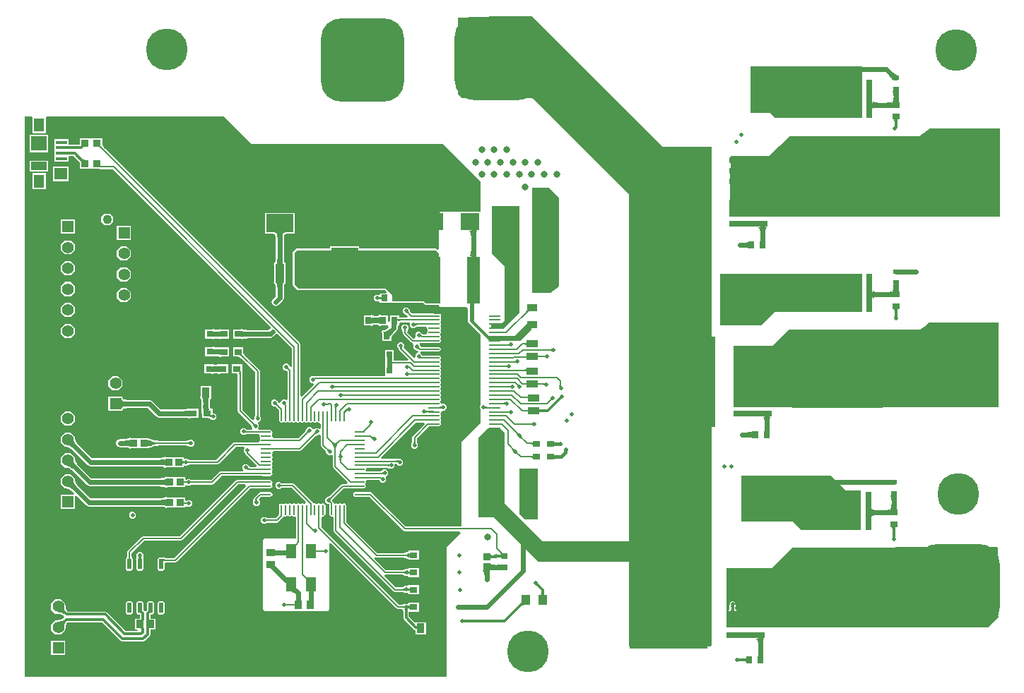
<source format=gbr>
%FSTAX23Y23*%
%MOIN*%
%SFA1B1*%

%IPPOS*%
%AMD27*
4,1,8,0.022500,0.004200,-0.022500,0.004200,-0.026700,0.000000,-0.026700,0.000000,-0.022500,-0.004200,0.022500,-0.004200,0.026700,0.000000,0.026700,0.000000,0.022500,0.004200,0.0*
1,1,0.008360,0.022500,0.000000*
1,1,0.008360,-0.022500,0.000000*
1,1,0.008360,-0.022500,0.000000*
1,1,0.008360,0.022500,0.000000*
%
%AMD38*
4,1,8,-0.004200,0.019200,-0.004200,-0.019200,0.000000,-0.023400,0.000000,-0.023400,0.004200,-0.019200,0.004200,0.019200,0.000000,0.023400,0.000000,0.023400,-0.004200,0.019200,0.0*
1,1,0.008360,0.000000,0.019200*
1,1,0.008360,0.000000,-0.019200*
1,1,0.008360,0.000000,-0.019200*
1,1,0.008360,0.000000,0.019200*
%
%AMD39*
4,1,8,-0.023400,0.000000,-0.023400,0.000000,-0.019200,-0.004200,0.019200,-0.004200,0.023400,0.000000,0.023400,0.000000,0.019200,0.004200,-0.019200,0.004200,-0.023400,0.000000,0.0*
1,1,0.008360,-0.019200,0.000000*
1,1,0.008360,-0.019200,0.000000*
1,1,0.008360,0.019200,0.000000*
1,1,0.008360,0.019200,0.000000*
%
%AMD63*
4,1,8,0.008900,0.024600,-0.008900,0.024600,-0.010800,0.022700,-0.010800,-0.022700,-0.008900,-0.024600,0.008900,-0.024600,0.010800,-0.022700,0.010800,0.022700,0.008900,0.024600,0.0*
1,1,0.003900,0.008900,0.022700*
1,1,0.003900,-0.008900,0.022700*
1,1,0.003900,-0.008900,-0.022700*
1,1,0.003900,0.008900,-0.022700*
%
%AMD100*
4,1,8,0.098400,0.196800,-0.098400,0.196800,-0.196800,0.098400,-0.196800,-0.098400,-0.098400,-0.196800,0.098400,-0.196800,0.196800,-0.098400,0.196800,0.098400,0.098400,0.196800,0.0*
1,1,0.196860,0.098400,0.098400*
1,1,0.196860,-0.098400,0.098400*
1,1,0.196860,-0.098400,-0.098400*
1,1,0.196860,0.098400,-0.098400*
%
%AMD101*
4,1,8,-0.196800,0.098400,-0.196800,-0.098400,-0.098400,-0.196800,0.098400,-0.196800,0.196800,-0.098400,0.196800,0.098400,0.098400,0.196800,-0.098400,0.196800,-0.196800,0.098400,0.0*
1,1,0.196860,-0.098400,0.098400*
1,1,0.196860,-0.098400,-0.098400*
1,1,0.196860,0.098400,-0.098400*
1,1,0.196860,0.098400,0.098400*
%
%ADD10C,0.015750*%
%ADD13C,0.023620*%
%ADD14C,0.007870*%
%ADD20R,0.062990X0.224410*%
%ADD21R,0.088580X0.084650*%
%ADD22R,0.039370X0.051180*%
%ADD23R,0.425200X0.370080*%
%ADD24R,0.031500X0.181100*%
%ADD25R,0.047240X0.070870*%
%ADD26R,0.029530X0.033470*%
G04~CAMADD=27~8~0.0~0.0~533.6~83.7~41.8~0.0~15~0.0~0.0~0.0~0.0~0~0.0~0.0~0.0~0.0~0~0.0~0.0~0.0~0.0~533.6~83.7*
%ADD27D27*%
%ADD28R,0.053360X0.008370*%
%ADD29R,0.051180X0.064960*%
%ADD30R,0.074800X0.070870*%
%ADD31R,0.074800X0.039370*%
%ADD32R,0.061020X0.056100*%
%ADD33R,0.054330X0.017720*%
%ADD34R,0.025590X0.027560*%
%ADD35R,0.043310X0.080710*%
%ADD36R,0.035430X0.031500*%
%ADD37R,0.008370X0.046780*%
G04~CAMADD=38~8~0.0~0.0~467.8~83.7~41.8~0.0~15~0.0~0.0~0.0~0.0~0~0.0~0.0~0.0~0.0~0~0.0~0.0~0.0~90.0~84.0~467.0*
%ADD38D38*%
G04~CAMADD=39~8~0.0~0.0~83.7~467.8~41.8~0.0~15~0.0~0.0~0.0~0.0~0~0.0~0.0~0.0~0.0~0~0.0~0.0~0.0~90.0~468.0~84.0*
%ADD39D39*%
%ADD40R,0.031500X0.031500*%
%ADD41R,0.037650X0.047490*%
%ADD42R,0.041340X0.037400*%
%ADD43R,0.037400X0.041340*%
%ADD44R,0.027560X0.025590*%
%ADD45R,0.035680X0.033660*%
%ADD46R,0.031500X0.023620*%
%ADD47R,0.033940X0.025870*%
%ADD48R,0.025870X0.033940*%
%ADD49R,0.031500X0.035430*%
%ADD50R,0.029530X0.035430*%
%ADD51R,0.031500X0.037400*%
%ADD52R,0.047490X0.037650*%
%ADD53R,0.053150X0.037400*%
%ADD54R,0.033660X0.035680*%
%ADD55R,0.036810X0.037880*%
%ADD56R,0.035430X0.039370*%
%ADD57R,0.181100X0.031500*%
%ADD58R,0.370080X0.425200*%
%ADD59R,0.080710X0.043310*%
%ADD60R,0.039370X0.086610*%
%ADD61R,0.129920X0.086610*%
%ADD62R,0.125980X0.067720*%
G04~CAMADD=63~8~0.0~0.0~216.5~492.1~19.5~0.0~15~0.0~0.0~0.0~0.0~0~0.0~0.0~0.0~0.0~0~0.0~0.0~0.0~0.0~216.5~492.1*
%ADD63D63*%
%ADD74R,0.142130X0.250000*%
%ADD91R,0.055120X0.055120*%
%ADD92C,0.055120*%
%ADD93C,0.043310*%
%ADD97C,0.047240*%
%ADD98C,0.011810*%
%ADD99C,0.196850*%
G04~CAMADD=100~8~0.0~0.0~3937.0~3937.0~984.3~0.0~15~0.0~0.0~0.0~0.0~0~0.0~0.0~0.0~0.0~0~0.0~0.0~0.0~0.0~3937.0~3937.0*
%ADD100D100*%
G04~CAMADD=101~8~0.0~0.0~3937.0~3937.0~984.3~0.0~15~0.0~0.0~0.0~0.0~0~0.0~0.0~0.0~0.0~0~0.0~0.0~0.0~90.0~3936.0~3936.0*
%ADD101D101*%
%ADD102C,0.019680*%
%ADD103C,0.023620*%
%ADD104C,0.031500*%
%LNpcb_copper_signal_top-1*%
%LPD*%
G36*
X06487Y0432D02*
X06494Y04315D01*
X06497Y04313*
X065Y04311*
X06503Y04309*
X06506Y04308*
X06509Y04307*
X06512Y04307*
X06515Y04307*
X06484Y04283*
X06484Y04285*
X06483Y04286*
X06482Y04288*
X06481Y0429*
X0648Y04293*
X06478Y04295*
X06473Y04301*
X06467Y04307*
X06484Y04323*
X06487Y0432*
G37*
G36*
X06514Y04232D02*
X06514Y04231D01*
X06513Y0423*
X06513Y04228*
X06512Y04226*
X06512Y04224*
X06511Y04217*
X06511Y04209*
X06488*
X06488Y04213*
X06487Y04226*
X06486Y04228*
X06486Y0423*
X06485Y04231*
X06485Y04232*
X06484Y04232*
X06515*
X06514Y04232*
G37*
G36*
X06511Y04199D02*
X06512Y04188D01*
X06513Y04186*
X06513Y04184*
X06514Y04182*
X06515Y04181*
X06515Y0418*
X06516Y0418*
X06483*
Y04154*
X06482Y04154*
X06482Y04155*
X06481Y04155*
X06477Y04155*
X06459Y04155*
Y04179*
X06483Y0418*
X06484Y0418*
X06484Y04181*
X06485Y04182*
X06486Y04184*
X06486Y04186*
X06487Y04188*
X06487Y04191*
X06488Y04199*
X06488Y04204*
X06511*
X06511Y04199*
G37*
G36*
X0639Y04188D02*
X06391Y04186D01*
X06392Y04185*
X06394Y04183*
X06396Y04182*
X06399Y04181*
X06402Y0418*
X06405Y04179*
X06409Y04179*
X06414Y04179*
Y04155*
X06409Y04155*
X06405Y04155*
X06402Y04154*
X06399Y04153*
X06396Y04152*
X06394Y04151*
X06392Y04149*
X06391Y04148*
X0639Y04146*
X0639Y04143*
Y04191*
X0639Y04188*
G37*
G36*
X0634Y04105D02*
X0593D01*
X05905Y0413*
X05815*
Y0435*
X0634*
Y04105*
G37*
G36*
X0651Y04099D02*
X06509Y04099D01*
X06508Y04098*
X06508Y04097*
X06507Y04096*
X06506Y04095*
X06506Y04093*
X06506Y04092*
X06505Y0409*
X06505Y04087*
X06494*
X06494Y0409*
X06493Y04092*
X06493Y04093*
X06493Y04095*
X06492Y04096*
X06491Y04097*
X06491Y04098*
X0649Y04099*
X06489Y04099*
X06488Y04099*
X06511*
X0651Y04099*
G37*
G36*
X06505Y04069D02*
X06504Y04058D01*
X06492Y04064*
X06492Y04064*
X06493Y04064*
X06493Y04065*
X06493Y04065*
X06493Y04066*
X06493Y04066*
X06493Y04067*
X06494Y04069*
X06494Y0407*
X06505Y04069*
G37*
G36*
X0346Y03982D02*
X04365D01*
X0454Y03807*
Y03663*
X04475*
X04475Y03663*
X0444*
Y03663*
X04355*
X04352Y03662*
X04351Y03661*
X04349Y0366*
X04348Y03658*
X04347Y03657*
X04346Y03655*
Y0356*
X04346*
Y03485*
X04339Y03482*
X04336Y03486*
X0433Y03488*
X03968*
Y03498*
X03831*
Y03488*
X03675*
X03668Y03486*
X03658Y03476*
X03656Y0347*
Y0332*
X03658Y03313*
X03678Y03293*
X03685Y03291*
X04091*
X04098Y03284*
X04095Y03277*
X04068*
Y03276*
X04068Y03275*
X04067Y03274*
X04061Y0327*
X04048*
X04039Y03261*
Y03248*
X04048Y03239*
X04061*
X04063Y03238*
X04068Y03234*
X04068Y03233*
Y03232*
X0411*
X04117Y03233*
X04119Y03232*
X04125Y03231*
X04271*
X04278Y03223*
X04285Y03221*
X04346*
Y0322*
X04348Y03213*
X04355Y03211*
X04475*
X04481Y03205*
Y03145*
X04483Y03138*
X0454Y03082*
Y02797*
Y02748*
X04539Y02746*
Y02733*
X0454Y02731*
Y02667*
X0445Y02577*
Y02175*
X04189*
X0403Y02334*
X04022Y02338*
X03989*
X03989Y02338*
X0395*
X03943Y02335*
X0394Y02327*
X03943Y02319*
X0395Y02316*
X03989*
X03989Y02316*
X04018*
X04177Y02157*
X04185Y02154*
X04443*
X04447Y02146*
X0438Y0208*
Y01467*
X0239*
Y04112*
X0242*
X02427Y0411*
Y04104*
Y04034*
X0249*
Y04104*
Y0411*
X02498Y04112*
X0333*
X0346Y03982*
G37*
G36*
X0699Y0364D02*
X05718D01*
X05715Y03643*
X0572Y03925*
X059*
X06Y0402*
X0661*
X0666Y04055*
X0699*
Y0364*
G37*
G36*
X05895Y03589D02*
X05893Y03589D01*
X05891Y03588*
X05889Y03587*
X05888Y03585*
X05887Y03583*
X05886Y0358*
X05885Y03577*
X05884Y03574*
X05884Y0357*
X05884Y03565*
X0586*
X0586Y0357*
X0586Y03574*
X05859Y03577*
X05858Y0358*
X05857Y03583*
X05856Y03585*
X05854Y03587*
X05853Y03588*
X05851Y03589*
X05848Y03589*
X05895Y03589*
G37*
G36*
X04528Y03572D02*
X04526Y03571D01*
X04525Y0357*
X04523Y03569*
X04522Y03566*
X04521Y03564*
X0452Y03561*
X04519Y03557*
X04519Y03553*
X04519Y03549*
X04495*
X04495Y03553*
X04495Y03557*
X04494Y03561*
X04493Y03564*
X04492Y03566*
X04491Y03569*
X04489Y0357*
X04488Y03571*
X04486Y03572*
X04483Y03572*
X04531*
X04528Y03572*
G37*
G36*
X05885Y03521D02*
X05859D01*
X05859Y03522*
X0586Y03522*
X0586Y03523*
X0586Y03527*
X0586Y03545*
X05884*
X05885Y03521*
G37*
G36*
X05804Y03488D02*
X05804Y03489D01*
X05803Y03489*
X05802Y0349*
X058Y03491*
X05798Y03491*
X05796Y03492*
X05793Y03492*
X05785Y03493*
X0578Y03493*
Y03516*
X05785Y03516*
X05796Y03517*
X05798Y03518*
X058Y03518*
X05802Y03519*
X05803Y0352*
X05804Y0352*
X05804Y03521*
Y03488*
G37*
G36*
X04519Y03471D02*
X04519Y03467D01*
X0452Y03463*
X04521Y0346*
X04522Y03457*
X04523Y03455*
X04525Y03454*
X04526Y03453*
X04528Y03452*
X04531Y03452*
X04483*
X04486Y03452*
X04488Y03453*
X04489Y03454*
X04491Y03455*
X04492Y03457*
X04493Y0346*
X04494Y03463*
X04495Y03467*
X04495Y03471*
X04495Y03475*
X04519*
X04519Y03471*
G37*
G36*
X0491Y0373D02*
Y0331D01*
X0487Y0328*
X04785*
Y03775*
X04865*
X0491Y0373*
G37*
G36*
X06514Y03317D02*
X06514Y03316D01*
X06513Y03315*
X06513Y03313*
X06512Y03311*
X06512Y03309*
X06511Y03302*
X06512Y03293*
X06513Y03291*
X06513Y03289*
X06514Y03287*
X06515Y03286*
X06515Y03285*
X06516Y03285*
X06483*
Y03259*
X06482Y03259*
X06482Y0326*
X06481Y0326*
X06477Y0326*
X06459Y0326*
Y03284*
X06483Y03285*
X06484Y03285*
X06484Y03286*
X06485Y03287*
X06486Y03289*
X06486Y03291*
X06487Y03293*
X06487Y03296*
X06487Y03301*
X06487Y03311*
X06486Y03313*
X06486Y03315*
X06485Y03316*
X06485Y03317*
X06484Y03317*
X06515*
X06514Y03317*
G37*
G36*
X04074Y03247D02*
X04074Y03247D01*
X04074Y03248*
X04074Y03249*
X04073Y03249*
X04072Y0325*
X04072Y0325*
X0407Y0325*
X04069Y0325*
X04068Y03251*
X04068Y0325*
X04067Y0325*
X04066Y0325*
X04065Y0325*
X04064Y0325*
X04063Y03249*
X04063Y03249*
X04062Y03248*
X04062Y03248*
Y03261*
X04062Y03261*
X04063Y0326*
X04063Y0326*
X04064Y0326*
X04065Y03259*
X04066Y03259*
X04067Y03259*
X04068Y03259*
X04068Y03259*
X04069Y03259*
X0407Y03259*
X04072Y03259*
X04072Y03259*
X04073Y0326*
X04074Y0326*
X04074Y03261*
X04074Y03262*
X04074Y03262*
Y03247*
G37*
G36*
X0639Y03293D02*
X06391Y03291D01*
X06392Y0329*
X06394Y03288*
X06396Y03287*
X06399Y03286*
X06402Y03285*
X06405Y03284*
X06409Y03284*
X06414Y03284*
Y0326*
X06409Y0326*
X06405Y0326*
X06402Y03259*
X06399Y03258*
X06396Y03257*
X06394Y03256*
X06392Y03254*
X06391Y03253*
X0639Y03251*
X0639Y03248*
Y03296*
X0639Y03293*
G37*
G36*
X04346Y03463D02*
Y0323D01*
X04285*
X04275Y0324*
X04125*
Y0327*
X04095Y033*
X03685*
X03665Y0332*
Y0347*
X03675Y0348*
X0433*
X04346Y03463*
G37*
G36*
X0651Y03204D02*
X06509Y03204D01*
X06508Y03203*
X06508Y03202*
X06507Y03201*
X06506Y032*
X06506Y03198*
X06506Y03197*
X06505Y03195*
X06505Y03192*
X06494*
X06494Y03195*
X06493Y03197*
X06493Y03198*
X06493Y032*
X06492Y03201*
X06491Y03202*
X06491Y03203*
X0649Y03204*
X06489Y03204*
X06488Y03204*
X06511*
X0651Y03204*
G37*
G36*
X04772Y03191D02*
X04771Y03192D01*
X04771Y03192*
X0477*
X04769Y03192*
X04768Y03191*
X04767Y0319*
X04765Y0319*
X04764Y03188*
X04761Y03186*
X04755Y03191*
X04757Y03193*
X04759Y03196*
X0476Y03197*
X04761Y03198*
X04761Y03199*
X04762Y032*
Y03201*
X04761Y03202*
X04761Y03202*
X04772Y03191*
G37*
G36*
X06505Y03172D02*
X06506Y03169D01*
X06506Y03168*
X06506Y03168*
X06506Y03167*
X06506Y03167*
X06506Y03167*
X06493*
X06493Y03167*
X06493Y03167*
X06493Y03168*
X06493Y03168*
X06493Y03169*
X06494Y0317*
X06494Y03172*
X06494Y03173*
X06505*
X06505Y03172*
G37*
G36*
X0634Y0319D02*
X0593D01*
X05865Y03125*
X0567*
Y0337*
X0634*
Y0319*
G37*
G36*
X04725Y03185D02*
X0465Y0311D01*
X0459*
Y03135*
X0464*
X04655Y0315*
Y03405*
X04595Y03465*
Y03685*
Y0369*
X04725*
Y03185*
G37*
G36*
X0451Y03147D02*
X04582Y03075D01*
X047*
X04765Y0314*
X04782*
Y03107*
X04727Y03052*
X04582*
X0449Y03145*
Y0323*
X0451*
Y03147*
G37*
G36*
X04758Y03031D02*
X04758Y03031D01*
X04758Y03032*
X04757Y03033*
X04757Y03033*
X04756Y03034*
X04755Y03034*
X04754Y03034*
X04753Y03034*
X04752Y03035*
X0475Y03035*
Y03042*
X04752Y03043*
X04753Y03043*
X04754Y03043*
X04755Y03043*
X04756Y03043*
X04757Y03044*
X04757Y03044*
X04758Y03045*
X04758Y03046*
X04758Y03046*
Y03031*
G37*
G36*
X04679Y03026D02*
X04678Y03027D01*
X04678Y03027*
X04677Y03028*
X04676Y03028*
X04675Y03028*
X04674Y03028*
X04674Y03028*
X04673Y03029*
X04671Y03029*
X04669Y03036*
X0467Y03037*
X04671Y03037*
X04672Y03037*
X04673Y03037*
X04673Y03037*
X04674Y03038*
X04675Y03038*
X04675Y03039*
X04676Y03039*
X04676Y0304*
X04679Y03026*
G37*
G36*
X04877Y03003D02*
X04877Y03003D01*
X04876Y03004*
X04876Y03004*
X04875Y03005*
X04874Y03005*
X04873Y03005*
X04872Y03005*
X04871Y03005*
X04871Y03006*
X0487Y03006*
Y03013*
X04871Y03013*
X04871Y03014*
X04872Y03014*
X04873Y03014*
X04874Y03014*
X04875Y03015*
X04876Y03015*
X04876Y03015*
X04877Y03016*
X04877Y03016*
Y03003*
G37*
G36*
X04758Y02906D02*
X04758Y02907D01*
X04758Y02908*
X04757Y02908*
X04757Y02909*
X04756Y02909*
X04755Y0291*
X04754Y0291*
X04753Y0291*
X04752Y0291*
X0475Y0291*
Y02918*
X04752Y02918*
X04753Y02918*
X04754Y02919*
X04755Y02919*
X04756Y02919*
X04757Y0292*
X04757Y0292*
X04758Y02921*
X04758Y02921*
X04758Y02922*
Y02906*
G37*
G36*
X0484Y02842D02*
X0484Y02843D01*
X04839Y02843*
X04839Y02844*
X04839Y02844*
X04838Y02845*
X04837Y02845*
X04837Y02845*
X04836Y02845*
X04835Y02846*
X04834Y02846*
X04835Y02853*
X04846Y02854*
X0484Y02842*
G37*
G36*
X04811Y02857D02*
X04811Y02856D01*
X04812Y02855*
X04812Y02855*
X04813Y02854*
X04814Y02854*
X04815Y02854*
X04816Y02854*
X04817Y02853*
X04819Y02853*
Y02846*
X04817Y02846*
X04816Y02845*
X04815Y02845*
X04814Y02845*
X04813Y02845*
X04812Y02844*
X04812Y02844*
X04811Y02843*
X04811Y02842*
X04811Y02842*
Y02857*
X04811Y02857*
G37*
G36*
X04921Y02844D02*
X04921Y02843D01*
X04922Y02842*
X04922Y02841*
X04922Y02841*
X04923Y0284*
X04923Y02839*
X04924Y02839*
X04924Y02838*
X04925Y02838*
X04911Y02835*
X04912Y02836*
X04912Y02836*
X04912Y02837*
X04913Y02838*
X04913Y02839*
X04913Y02839*
X04913Y0284*
X04913Y02841*
X04913Y02843*
X04921Y02845*
X04921Y02844*
G37*
G36*
X04924Y0278D02*
X04924Y0278D01*
X04924Y0278*
X04923Y02779*
X04923Y02779*
X04922Y02779*
X04921Y02778*
X0492Y02776*
X04919Y02776*
X04911Y02784*
X04911Y02785*
X04914Y02787*
X04914Y02788*
X04914Y02788*
X04915Y02789*
X04915Y02789*
X04915Y02789*
X04924Y0278*
G37*
G36*
X04656Y0275D02*
X04656Y0275D01*
X04655Y02751*
X04655Y02751*
X04654Y02752*
X04653Y02752*
X04652Y02752*
X04652Y02753*
X04651Y02753*
X0465Y02753*
X04649Y02753*
X04651Y02761*
X04652Y02761*
X04654Y02761*
X04655Y02761*
X04656Y02761*
X04656Y02762*
X04657Y02762*
X04658Y02762*
X04659Y02762*
X04659Y02763*
X04656Y0275*
G37*
G36*
X06985Y0274D02*
X05735D01*
Y0303*
X0592*
X05995Y03105*
X0662*
X06655Y0314*
X06985*
Y0274*
G37*
G36*
X04563Y02744D02*
X04564Y02743D01*
X04564Y02743*
X04565Y02742*
X04566Y02742*
X04566Y02742*
X04567Y02742*
X04568Y02741*
X04569Y02741*
X0457Y02741*
X04568Y02733*
X04567Y02733*
X04565Y02733*
X04564Y02733*
X04564Y02733*
X04563Y02733*
X04562Y02732*
X04561Y02732*
X0456Y02732*
X0456Y02731*
X04563Y02745*
X04563Y02744*
G37*
G36*
X04816Y02733D02*
X04816Y02732D01*
X04817Y02731*
X04818Y0273*
X04819Y0273*
X0482Y02729*
X04822Y02729*
X04823Y02728*
X04826Y02728*
X04828Y02728*
Y02716*
X04826Y02716*
X04823Y02716*
X04822Y02716*
X0482Y02715*
X04819Y02715*
X04818Y02714*
X04817Y02714*
X04816Y02713*
X04816Y02712*
X04816Y02711*
Y02734*
X04816Y02733*
G37*
G36*
X05915Y02694D02*
X05913Y02694D01*
X05911Y02693*
X05909Y02692*
X05908Y0269*
X05907Y02688*
X05906Y02685*
X05905Y02682*
X05904Y02679*
X05904Y02675*
X05904Y0267*
X0588*
X0588Y02675*
X0588Y02679*
X05879Y02682*
X05878Y02685*
X05877Y02688*
X05876Y0269*
X05874Y02692*
X05873Y02693*
X05871Y02694*
X05868Y02694*
X05915Y02694*
G37*
G36*
X04787Y02653D02*
X04787Y02653D01*
X04786Y02654*
X04786Y02654*
X04785Y02655*
X04784Y02655*
X04783Y02655*
X04782Y02655*
X04781Y02655*
X04781Y02656*
X0478Y02656*
Y02663*
X04781Y02663*
X04781Y02664*
X04782Y02664*
X04783Y02664*
X04784Y02664*
X04785Y02665*
X04786Y02665*
X04786Y02665*
X04787Y02666*
X04787Y02666*
Y02653*
G37*
G36*
X05905Y02626D02*
X05879D01*
X05879Y02627*
X0588Y02627*
X0588Y02628*
X0588Y02632*
X0588Y0265*
X05904*
X05905Y02626*
G37*
G36*
X04717Y02617D02*
X04718Y02617D01*
X04719Y02616*
X0472Y02616*
X0472Y02615*
X04721Y02615*
X04722Y02615*
X04723Y02614*
X04724Y02614*
X04724Y02614*
X04715Y02605*
X04715Y02605*
X04715Y02606*
X04714Y02607*
X04714Y02608*
X04714Y02609*
X04713Y02609*
X04713Y0261*
X04712Y02611*
X04712Y02612*
X04711Y02612*
X04717Y02618*
X04717Y02617*
G37*
G36*
X05824Y02593D02*
X05824Y02594D01*
X05823Y02594*
X05822Y02595*
X0582Y02596*
X05818Y02596*
X05816Y02597*
X05813Y02597*
X05805Y02598*
X058Y02598*
Y02621*
X05805Y02621*
X05816Y02622*
X05818Y02623*
X0582Y02623*
X05822Y02624*
X05823Y02625*
X05824Y02625*
X05824Y02626*
Y02593*
G37*
G36*
X04734Y02604D02*
X04734Y02603D01*
X04735Y02602*
X04735Y02601*
X04735Y026*
X04736Y026*
X04736Y02599*
X04737Y02598*
X04737Y02597*
X04738Y02597*
X04732Y02591*
X04732Y02592*
X04731Y02592*
X0473Y02593*
X04729Y02593*
X04729Y02594*
X04728Y02594*
X04727Y02594*
X04726Y02595*
X04725Y02595*
X04725Y02595*
X04734Y02604*
X04734Y02604*
G37*
G36*
X04789Y0256D02*
X04788Y02561D01*
X04788Y02561*
X04788Y02562*
X04787Y02563*
X04787Y02563*
X04786Y02563*
X04785Y02564*
X04783Y02564*
X04782Y02564*
X04781Y02564*
Y02572*
X04782Y02572*
X04783Y02572*
X04785Y02572*
X04786Y02572*
X04787Y02573*
X04787Y02573*
X04788Y02574*
X04788Y02574*
X04788Y02575*
X04789Y02576*
Y0256*
G37*
G36*
X04891Y02579D02*
X04891Y02578D01*
X04892Y02577*
X04893Y02576*
X04894Y02575*
X04896Y02574*
X04898Y02574*
X04901Y02573*
X04903Y02573*
X04906Y02573*
Y02557*
X04903Y02557*
X04901Y02557*
X04898Y02557*
X04896Y02556*
X04895Y02555*
X04893Y02555*
X04892Y02554*
X04891Y02553*
X04891Y02551*
X04891Y0255*
X0489Y02581*
X04891Y02579*
G37*
G36*
X04697Y02542D02*
X04698Y02542D01*
X04699Y02541*
X047Y02541*
X047Y0254*
X04701Y0254*
X04702Y0254*
X04703Y02539*
X04704Y02539*
X04704Y02539*
X04695Y0253*
X04695Y0253*
X04695Y02531*
X04694Y02532*
X04694Y02533*
X04694Y02534*
X04693Y02534*
X04693Y02535*
X04692Y02536*
X04692Y02537*
X04691Y02537*
X04697Y02543*
X04697Y02542*
G37*
G36*
X04714Y02529D02*
X04714Y02528D01*
X04715Y02527*
X04715Y02526*
X04715Y02525*
X04716Y02525*
X04716Y02524*
X04717Y02523*
X04717Y02522*
X04718Y02522*
X04712Y02516*
X04712Y02517*
X04711Y02517*
X0471Y02518*
X04709Y02518*
X04709Y02519*
X04708Y02519*
X04707Y02519*
X04706Y0252*
X04705Y0252*
X04705Y0252*
X04714Y02529*
X04714Y02529*
G37*
G36*
X04789Y02497D02*
X04788Y02497D01*
X04788Y02498*
X04788Y02499*
X04787Y02499*
X04787Y025*
X04786Y025*
X04785Y025*
X04783Y025*
X04782Y02501*
X04781Y02501*
Y02508*
X04782Y02508*
X04783Y02509*
X04785Y02509*
X04786Y02509*
X04787Y02509*
X04787Y0251*
X04788Y0251*
X04788Y02511*
X04788Y02512*
X04789Y02512*
Y02497*
G37*
G36*
X04891Y02519D02*
X04891Y02517D01*
X04892Y02516*
X04893Y02515*
X04895Y02514*
X04896Y02514*
X04898Y02513*
X04901Y02513*
X04903Y02512*
X04906Y02512*
Y02497*
X04903Y02497*
X04901Y02496*
X04898Y02496*
X04896Y02495*
X04895Y02495*
X04893Y02494*
X04892Y02493*
X04891Y02492*
X04891Y0249*
X04891Y02489*
Y0252*
X04891Y02519*
G37*
G36*
X06504Y02322D02*
X06504Y02321D01*
X06503Y0232*
X06503Y02318*
X06502Y02316*
X06502Y02314*
X06501Y02307*
X06501Y02299*
X06478*
X06478Y02303*
X06477Y02316*
X06476Y02318*
X06476Y0232*
X06475Y02321*
X06475Y02322*
X06474Y02322*
X06505*
X06504Y02322*
G37*
G36*
X06501Y02274D02*
X06502Y02263D01*
X06503Y02261*
X06503Y02259*
X06504Y02257*
X06505Y02256*
X06505Y02255*
X06506Y02255*
X06473*
Y02229*
X06472Y02229*
X06472Y0223*
X06471Y0223*
X06467Y0223*
X06449Y0223*
Y02254*
X06473Y02255*
X06474Y02255*
X06474Y02256*
X06475Y02257*
X06476Y02259*
X06476Y02261*
X06477Y02263*
X06477Y02266*
X06478Y02274*
X06478Y02279*
X06501*
X06501Y02274*
G37*
G36*
X06385Y02263D02*
X06386Y02261D01*
X06387Y0226*
X06389Y02258*
X06391Y02257*
X06394Y02256*
X06397Y02255*
X064Y02254*
X06404Y02254*
X06409Y02254*
Y0223*
X06404Y0223*
X064Y0223*
X06397Y02229*
X06394Y02228*
X06391Y02227*
X06389Y02226*
X06387Y02224*
X06386Y02223*
X06385Y02221*
X06385Y02218*
Y02266*
X06385Y02263*
G37*
G36*
X0481Y0221D02*
X0475D01*
X04725Y02235*
Y0245*
X0481*
Y0221*
G37*
G36*
X065Y02174D02*
X06499Y02174D01*
X06498Y02173*
X06498Y02172*
X06497Y02171*
X06496Y0217*
X06496Y02168*
X06496Y02167*
X06495Y02165*
X06495Y02162*
X06484*
X06484Y02165*
X06483Y02167*
X06483Y02168*
X06483Y0217*
X06482Y02171*
X06481Y02172*
X06481Y02173*
X0648Y02174*
X06479Y02174*
X06478Y02174*
X06501*
X065Y02174*
G37*
G36*
X06265Y02345D02*
X06335D01*
Y0216*
X06055*
X06015Y022*
X05775*
X05774Y02199*
X0577Y02201*
Y02415*
X06195*
X06265Y02345*
G37*
G36*
X06495Y02127D02*
X06496Y02124D01*
X06496Y02123*
X06496Y02123*
X06496Y02122*
X06496Y02122*
X06496Y02122*
X06483*
X06483Y02122*
X06483Y02122*
X06483Y02123*
X06483Y02123*
X06483Y02124*
X06484Y02125*
X06484Y02127*
X06484Y02128*
X06495*
X06495Y02127*
G37*
G36*
X054Y0397D02*
X0563D01*
Y01611*
X05625Y01609*
X05625Y0161*
X0524*
Y0201*
X04815*
X04655Y0217*
X04605Y0222*
X0453*
Y02595*
X04575Y0264*
X04635*
X04655Y0262*
Y0253*
Y02285*
X04835Y02105*
X0524*
Y03745*
X04785Y042*
X04455*
X04435Y0422*
Y0458*
X0463Y04585*
X04785*
X054Y0397*
G37*
G36*
X04642Y02053D02*
X04645Y0205D01*
X04647Y02049*
X04648Y02049*
X04649Y02048*
X0465Y02048*
X04651*
X04651Y02048*
X04652Y02049*
X04641Y02038*
X04641Y02038*
X04642Y02039*
Y0204*
X04641Y02041*
X04641Y02042*
Y02023*
X04641Y02025*
X0464Y02025*
X0464Y02026*
X04639Y02027*
X04638Y02028*
X04637Y02028*
X04635Y02029*
X04633Y02029*
X04631Y02029*
X04629Y02029*
Y02041*
X04631Y02041*
X04633Y02041*
X04635Y02042*
X04637Y02042*
X04638Y02042*
X04639Y02043*
X0464Y02044*
X04639Y02044*
X04638Y02046*
X04635Y02049*
X04641Y02054*
X04642Y02053*
G37*
G36*
X04621Y02042D02*
X04622Y02042D01*
X04622Y02041*
X04623Y02041*
X04623Y02041*
X04625Y02041*
X04628Y02041*
X04629Y02029*
X04628Y02029*
X04624Y02029*
X04623Y02029*
X04623Y02029*
X04623Y02028*
X04622Y02028*
X04622Y02028*
X04621Y02042*
X04621Y02042*
G37*
G36*
X04608Y02027D02*
X04607Y02028D01*
X04607Y02028*
X04607Y02028*
X04606Y02028*
X04605Y02028*
X04604Y02028*
X04602Y02028*
X04601Y02028*
X04601Y0204*
X04602Y0204*
X04605Y0204*
X04606Y02041*
X04606Y02041*
X04607Y02041*
X04607Y02041*
X04607Y02041*
X04608Y02027*
G37*
G36*
X04587Y02045D02*
X04588Y02044D01*
X04588Y02043*
X04589Y02042*
X0459Y02042*
X04591Y02041*
X04593Y02041*
X04595Y0204*
X04597Y0204*
X04599Y0204*
Y02028*
X04597Y02028*
X04595Y02028*
X04593Y02028*
X04591Y02027*
X0459Y02027*
X04589Y02026*
X04588Y02026*
X04588Y02025*
X04587Y02024*
X04587Y02023*
Y02046*
X04587Y02045*
G37*
G36*
X04641Y01996D02*
Y0197D01*
X04641Y01971*
X0464Y01971*
X04639Y01971*
X04637Y01971*
X04632Y01972*
X04617Y01972*
Y01996*
X04641Y01996*
G37*
G36*
X04587Y02D02*
X04588Y01999D01*
X04589Y01999*
X04591Y01998*
X04593Y01997*
X04596Y01997*
X04599Y01996*
X04606Y01996*
X04611Y01996*
Y01972*
X04606Y01972*
X04593Y01971*
X04591Y01971*
X04589Y0197*
X04588Y0197*
X04587Y01969*
X04587Y01968*
X04586Y01968*
X04585Y01967*
X04584Y01966*
X04583Y01964*
X04583Y01962*
X04582Y0196*
X04582Y01957*
X04581Y01949*
X04581Y01945*
X04558*
X04558Y01949*
X04557Y0196*
X04556Y01962*
X04556Y01964*
X04555Y01966*
X04554Y01967*
X04553Y01968*
X04552Y01968*
X04587*
Y02002*
X04587Y02*
G37*
G36*
X04809Y01909D02*
X0481Y01909D01*
X0481Y01908*
X0481Y01908*
X0481Y01907*
X04811Y01906*
X04813Y01905*
X04813Y01904*
X04805Y01896*
X04804Y01896*
X04802Y01899*
X04801Y01899*
X04801Y01899*
X048Y019*
X048Y019*
X048Y019*
X04809Y01909*
X04809Y01909*
G37*
G36*
X0484Y01865D02*
X0484Y01863D01*
X0484Y01861*
X04841Y01859*
X04841Y01858*
X04842Y01857*
X04843Y01856*
X04844Y01855*
X04845Y01855*
X04846Y01855*
X04822*
X04823Y01855*
X04824Y01855*
X04825Y01856*
X04826Y01857*
X04826Y01858*
X04827Y01859*
X04827Y01861*
X04828Y01863*
X04828Y01865*
X04828Y01867*
X0484*
X0484Y01865*
G37*
G36*
X04462Y01736D02*
X04462Y01736D01*
X04463Y01736*
X04463Y01736*
X04464Y01736*
X04465Y01735*
X04467Y01735*
X04468*
Y01724*
X04467Y01724*
X04464Y01723*
X04463Y01723*
X04463Y01723*
X04462Y01723*
X04462Y01723*
X04462Y01723*
Y01736*
X04462Y01736*
G37*
G36*
X0698Y02076D02*
Y01755D01*
X06985Y0175*
X06935Y017*
X057*
Y0198*
X05915*
X0601Y02075*
X06976Y02079*
X0698Y02076*
G37*
G36*
X0588Y01645D02*
X05879Y01645D01*
X05878Y01645*
X05877Y01643*
X05876Y01642*
X05875Y0164*
X05875Y01637*
X05874Y01634*
X05874Y01626*
X05874Y01622*
X0585*
X0585Y01626*
X0585Y0163*
X05849Y01634*
X05848Y01637*
X05847Y0164*
X05846Y01642*
X05844Y01643*
X05843Y01645*
X05841Y01645*
X05838Y01646*
X0588Y01645*
G37*
G36*
X05875Y01561D02*
X05849D01*
X05849Y01562*
X0585Y01562*
X0585Y01563*
X0585Y01567*
X0585Y01585*
X05874*
X05875Y01561*
G37*
G36*
X05757Y01551D02*
X05757Y01551D01*
X05758Y01551*
X05758Y01551*
X05759Y01551*
X0576Y0155*
X05762Y0155*
X05763Y0155*
Y01539*
X05762*
X05759Y01538*
X05758Y01538*
X05758Y01538*
X05757Y01538*
X05757Y01538*
X05757Y01538*
Y01551*
X05757Y01551*
G37*
G36*
X05794Y01533D02*
X05794Y01534D01*
X05794Y01535*
X05793Y01536*
X05792Y01536*
X05791Y01537*
X0579Y01538*
X05788Y01538*
X05787Y01538*
X05785Y01539*
X05782Y01539*
Y0155*
X05785Y0155*
X05787Y01551*
X05788Y01551*
X0579Y01551*
X05791Y01552*
X05792Y01553*
X05793Y01553*
X05794Y01554*
X05794Y01555*
X05794Y01556*
Y01533*
G37*
%LNpcb_copper_signal_top-2*%
%LPC*%
G36*
X02708Y04009D02*
X02701D01*
X027*
X02652*
Y03978*
X02652Y03978*
X02606*
X02606Y03978*
X02603Y03979*
X02601Y03979*
X02597Y03979*
X02597Y0398*
X02597Y0398*
Y04005*
X02531*
Y03976*
Y0395*
Y03924*
Y03899*
X02597*
Y03924*
X02601Y03925*
X02603Y03925*
X02606Y03926*
X02606Y03926*
X02622*
X02642Y03906*
X02642Y03905*
X02643Y03903*
X02648Y03898*
X02649Y03896*
X0265Y03895*
X0265Y03894*
X02651Y03894*
X0265Y03892*
X0265Y03891*
X0265Y0389*
X02651Y03888*
X02652Y03886*
Y03865*
X027*
X02701*
X02708*
X02709*
X02745*
X02745Y03865*
X02748Y03863*
X02751Y03862*
X02759Y03862*
X02759Y03862*
X02759Y03862*
X02762Y03863*
X02763Y03864*
X02807*
X03553Y03118*
X03552Y0311*
X03546Y03108*
X03542Y03104*
X03442*
X03439Y03105*
X03431Y03105*
X03425Y03105*
X03423Y03106*
X03422Y03106*
X03422Y03106*
X0342Y03107*
X03419Y03108*
X03417Y03108*
X03416Y03109*
X03414Y03108*
X03413Y03108*
X03411Y03107*
X0341Y03106*
X03374*
Y03063*
X0341*
Y03063*
X03411Y03062*
X03413Y03061*
X03414Y03061*
X03416Y0306*
X03417Y03061*
X03419Y03061*
X0342Y03062*
X03422Y03063*
X03422Y03063*
X03423Y03063*
X03435Y03064*
X03439Y03064*
X03442Y03065*
X0355*
X03563Y03071*
X03573Y03081*
X03575Y03087*
X03583Y03088*
X03652Y0302*
Y0293*
X03651Y0293*
X03645*
X0364Y02936*
X03631Y02945*
X03618*
X03609Y02936*
Y02923*
X03618Y02914*
X03619*
X03619Y02914*
X03621Y02912*
X03624Y02911*
X03625Y02911*
X03625*
X03625Y02911*
X03625Y02911*
X03625Y02911*
X03625Y02911*
X03625Y02911*
X03626Y02911*
X03626Y0291*
X03626Y0291*
X03629Y02909*
X03631Y02908*
Y02777*
X03623Y02774*
X03621Y02775*
X03608*
X03599Y02766*
X03591Y0276*
X0359Y0276*
X03589Y02761*
X03588Y02762*
X03588Y02762*
X03588Y02762*
X03588Y02763*
X03588Y02763*
X03588Y02763*
X03587Y02763*
X03587Y02764*
X03585Y02766*
X03584Y02769*
X03583Y02769*
X03583Y02769*
X03582Y02769*
X03576Y02775*
X03563*
X03554Y02766*
Y02753*
X03563Y02744*
X03566*
X03567Y02743*
X03567Y02743*
X03567Y02743*
X0357Y02742*
X03573Y02742*
X03573Y02742*
X03573Y02742*
X03573Y02742*
X03573Y02742*
X03574Y02741*
X03574Y02741*
X03575Y0274*
X03577Y0274*
X03578Y0274*
X03591Y02726*
Y02714*
X03591Y02714*
Y02675*
X03594Y02668*
X03602Y02665*
X0361Y02668*
X03614*
X03622Y02665*
X03629Y02668*
X03634*
X03641Y02665*
X03649Y02668*
X03653*
X03661Y02665*
X03669Y02668*
X03673*
X03681Y02665*
X03688Y02668*
X03693*
X037Y02665*
X03708Y02668*
X03712*
X0372Y02665*
X03728Y02668*
X03732*
X0374Y02665*
X03747Y02668*
X03752*
X03759Y02665*
X03767Y02668*
X03771*
X03779Y02665*
X0378Y02665*
X03788Y0266*
Y02639*
X0378Y02636*
X03776Y0264*
X03763*
X03758Y02635*
X0375Y02636*
X03741Y02645*
X03728*
X03719Y02636*
Y02635*
X03719Y02635*
X03717Y02633*
X03716Y0263*
X03716Y02629*
Y02629*
X03716Y02629*
X03716Y02629*
X03716Y02629*
X03716Y02629*
X03716Y02629*
X03716Y02628*
X03715Y02628*
X03715Y02628*
X03714Y02625*
X03713Y02623*
X03683Y02593*
X03564*
X03559Y02601*
X0356Y02602*
X03558Y02607*
X03557Y02612*
X03558Y02618*
X0356Y02622*
X03556Y0263*
X03549Y02633*
X0351*
X0351Y02633*
X03496*
X03493Y02641*
X03495Y02643*
Y02656*
X0349Y02661*
X03494Y02669*
X03496*
X03505Y02678*
Y02691*
X03505Y02691*
X03505Y02692*
X03504Y02694*
X03503Y02697*
X03502Y02698*
X03502Y02698*
X03502Y02698*
X03502Y02698*
X03502Y02698*
X03502Y02698*
X03502Y02698*
X03502Y02699*
X03502Y02699*
X03502Y027*
X03501Y02703*
X035Y02704*
Y02908*
X03497Y02916*
X0343Y02983*
X0343Y02983*
X03428Y02985*
X03427Y02988*
X03425Y02991*
X03424Y02992*
X03424Y02992*
X03424Y02992*
X03424Y02993*
X03423Y02995*
X03423Y02998*
X03422Y02998*
X03422Y02999*
X03422Y02999*
Y03021*
X03374*
Y02978*
X03397*
X03398Y02978*
X03399Y02976*
X034Y02976*
X03401Y02975*
X03403Y02976*
X03403Y02976*
X03403Y02976*
X03404Y02975*
X03409Y02971*
X0341Y02969*
X03411Y02969*
X03411Y02969*
X03414Y02968*
X03415Y02968*
X03479Y02904*
Y02704*
X03478Y02703*
X03477Y027*
X03477Y02699*
X03477Y02699*
X03477Y02698*
X03477Y02698*
X03477Y02698*
X03477Y02698*
X03477Y02698*
X03477Y02698*
X03477Y02698*
X03476Y02697*
X03475Y02694*
X03474Y02692*
X03474Y02691*
X03474Y02691*
Y02681*
X03466Y02678*
X03417Y02727*
Y02892*
X03418Y02893*
X03419Y02896*
X03419Y02896*
X03419Y02896*
X03419Y02902*
X03419Y02902*
X03419Y02902*
X03419Y02904*
X03419Y02904*
X03419Y02904*
X03419Y02905*
X03419Y02905*
X03419Y02906*
X03419Y02906*
X03417Y02908*
X03417Y0291*
Y02941*
X03369*
Y02898*
X03393*
Y02898*
X03394Y02897*
X03394Y02897*
X03394Y02896*
X03396Y02893*
X03396Y02892*
Y02722*
X03399Y02715*
X03458Y02656*
X03459Y02654*
X0346Y02651*
X0346Y02651*
X03461Y02651*
X03461Y0265*
X03461Y0265*
X03461Y0265*
X03461Y0265*
X03461Y0265*
X03461Y0265*
X03461Y0265*
X03461Y02649*
X03462Y02646*
X03464Y02644*
X03464Y0264*
X03458Y02633*
X03438*
X03431Y0264*
X03418*
X03409Y02631*
Y02618*
X03418Y02609*
X03431*
X03434Y02612*
X03435*
X03435Y02611*
X03471*
X03494*
X035Y02604*
X03499Y02602*
X03501Y02598*
X03502Y02593*
X03501Y02587*
X03499Y02583*
X035Y02582*
X03494Y02574*
X03383*
X03376Y02571*
X03295Y0249*
X03169*
X03168Y02491*
X03165Y02492*
X03164Y02492*
X03164Y02492*
X03163Y02492*
X03163Y02492*
X03163Y02492*
X03163Y02492*
X03163Y02492*
X03163Y02492*
X03163Y02492*
X03162Y02493*
X03159Y02494*
X03157Y02495*
X03156Y02495*
X03156Y02495*
X03143*
X03142Y02503*
Y02503*
X031*
X03096*
X03089*
X03059*
Y02503*
X03057Y02504*
X03055Y02506*
X03054Y02505*
X03053Y02506*
X03051Y02505*
X03049Y02504*
X03048Y02504*
X03047Y02503*
X03046Y02501*
X03046Y02501*
X03045Y02501*
X03043Y02501*
X03034Y025*
X03029Y025*
X03027Y02499*
X02709*
X02639Y02569*
X02638Y02571*
X02637Y02573*
X02635Y02575*
X02634Y02576*
X02633Y02578*
X02632Y02579*
X02632Y02581*
X02631Y02582*
X02631Y02583*
X02631Y02585*
X02631Y02586*
X02629Y02589*
X02628Y02592*
X02628Y02592*
Y026*
X02608Y0262*
X02581*
X02561Y026*
Y02573*
X02581Y02553*
X02589*
X02589Y02553*
X02592Y02552*
X02594Y0255*
X02596Y0255*
X02597Y0255*
X02599Y0255*
X026Y02549*
X02601Y02549*
X02603Y02548*
X02604Y02547*
X02606Y02546*
X02608Y02544*
X0261Y02543*
X02612Y02542*
X02688Y02466*
X02701Y0246*
X03027*
X03029Y02459*
X03034Y02459*
X03041Y02459*
X03043Y02458*
X03045Y02458*
X03046Y02458*
X03046Y02458*
X03047Y02456*
X03048Y02455*
X03049Y02455*
X03051Y02454*
X03053Y02453*
X03054Y02454*
X03055Y02453*
X03057Y02455*
X03059Y02456*
Y02456*
X03089*
X03093*
X031*
X03142*
Y02456*
X03143Y02464*
X03156*
X03156Y02464*
X03157Y02464*
X03159Y02465*
X03162Y02466*
X03163Y02467*
X03163Y02467*
X03163Y02467*
X03163Y02467*
X03163Y02467*
X03163Y02467*
X03163Y02467*
X03164Y02467*
X03164Y02467*
X03165Y02467*
X03168Y02468*
X03169Y02469*
X033*
X03307Y02472*
X03388Y02552*
X03424*
X03427Y02545*
X03424Y02541*
Y02528*
X03432Y02519*
X03434Y02515*
X03485Y02464*
X03482Y02456*
X03454*
X03454Y02456*
X03453Y02457*
X03453Y02457*
X03453Y02457*
X03453Y02458*
X03453Y02458*
X03453Y02458*
X03452Y02458*
X03452Y02459*
X0345Y02461*
X03449Y02464*
X03448Y02464*
X03448Y02464*
X03447Y02464*
X03441Y0247*
X03428*
X03419Y02461*
Y02448*
X03423Y02444*
X0342Y02436*
X03315*
X03308Y02433*
X0327Y02395*
X03176*
X03171Y024*
X03158*
X03155Y02397*
X03147Y024*
Y02408*
X03105*
X03101*
X03094*
X03064*
Y02408*
X03062Y02409*
X0306Y02411*
X03059Y0241*
X03058Y02411*
X03056Y0241*
X03054Y02409*
X03053Y02409*
X03052Y02408*
X03051Y02406*
X03051Y02406*
X0305Y02406*
X03048Y02406*
X03039Y02405*
X03034Y02405*
X03032Y02404*
X02706*
X02639Y0247*
X02638Y02473*
X02637Y02475*
X02635Y02476*
X02634Y02478*
X02633Y0248*
X02632Y02481*
X02632Y02482*
X02631Y02484*
X02631Y02485*
X02631Y02486*
X02631Y02488*
X02629Y02491*
X02628Y02494*
X02628Y02494*
Y02502*
X02608Y02521*
X02581*
X02561Y02502*
Y02474*
X02581Y02454*
X02589*
X02589Y02454*
X02592Y02453*
X02594Y02452*
X02596Y02452*
X02597Y02452*
X02599Y02451*
X026Y02451*
X02601Y0245*
X02603Y02449*
X02604Y02448*
X02606Y02447*
X02608Y02446*
X0261Y02444*
X02612Y02443*
X02684Y02371*
X02698Y02365*
X03032*
X03034Y02364*
X03039Y02364*
X03046Y02364*
X03048Y02363*
X0305Y02363*
X03051Y02363*
X03051Y02363*
X03052Y02361*
X03053Y0236*
X03054Y0236*
X03056Y02359*
X03058Y02358*
X03059Y02359*
X0306Y02358*
X03062Y0236*
X03064Y02361*
Y02361*
X03094*
X03098*
X03105*
X03147*
Y02369*
X03155Y02372*
X03158Y02369*
X03171*
X03176Y02374*
X03275*
X03282Y02377*
X0332Y02415*
X0351*
X0351Y02414*
X03549*
X03556Y02418*
X0356Y02425*
X03558Y02429*
X03557Y02435*
X03558Y02441*
X0356Y02445*
X03558Y02449*
X03557Y02455*
X03558Y02461*
X0356Y02465*
X03558Y02469*
X03557Y02475*
X03558Y0248*
X0356Y02484*
X03558Y02488*
X03557Y02494*
X03558Y025*
X0356Y02504*
X03558Y02508*
X03557Y02514*
X03558Y0252*
X0356Y02524*
X03559Y02525*
X03564Y02533*
X03688*
X03696Y02536*
X03763Y02603*
X03765Y02604*
X03768Y02605*
X03768Y02605*
X03768Y02606*
X03769Y02606*
X03769Y02606*
X03769Y02606*
X03769Y02606*
X03769Y02606*
X03769Y02606*
X03769*
X0377Y02606*
X03773Y02607*
X03775Y02609*
X03776Y02609*
X03776*
X03776Y02609*
X03781Y02611*
X03788Y02607*
Y0256*
X03791Y02553*
X03808Y02536*
X03809Y02534*
X0381Y02531*
X0381Y02531*
X03811Y02531*
X03811Y0253*
X03811Y0253*
X03811Y0253*
X03811Y0253*
X03811Y0253*
X03811Y0253*
X03811Y0253*
X03811Y02529*
X03812Y02526*
X03814Y02524*
X03814Y02524*
Y02523*
X03823Y02514*
X03836*
X03837Y02514*
X03844Y02511*
Y0246*
X03847Y02452*
X03914Y02385*
X03911Y02377*
X03891*
X03884Y02374*
X03831Y02321*
X03829Y0232*
X03826Y02319*
X03826Y02319*
X03826Y02318*
X03825Y02318*
X03825Y02318*
X03825Y02318*
X03825Y02318*
X03825Y02318*
X03825Y02318*
X03825*
X03824Y02318*
X03821Y02317*
X03819Y02315*
X03819Y02315*
X03818*
X03809Y02306*
Y02293*
X03818Y02284*
X03825*
X03827Y02282*
Y02274*
X03827Y02274*
Y02235*
X0383Y02227*
X03838Y02224*
X03839Y02225*
X03847Y02219*
Y02157*
X0385Y02149*
X0413Y0187*
X04137Y01867*
X04171*
X04172Y01866*
X04174Y01866*
X04176Y01865*
X04177Y01865*
X04178Y01865*
X04178Y01865*
X04178Y01864*
X04179Y01864*
X04179Y01864*
X04179Y01864*
X0418Y01864*
X0418Y01864*
X04183Y01863*
X04186Y01863*
X04186Y01863*
X04187Y01863*
X04188Y01864*
X04191*
X04192Y01863*
X04193Y01863*
X04193Y01863*
X04195Y01863*
X04197Y01862*
X04202Y01858*
X04202Y01857*
X04202Y01857*
X04202Y01857*
Y01857*
Y01856*
X0425*
Y01899*
X04202*
X04196Y01895*
X04183*
X0418Y01893*
X04179Y01893*
X04179Y01893*
X04179Y01893*
X04177Y01891*
X04175Y0189*
X04175Y0189*
X04175Y0189*
X04175*
X04174Y0189*
X04174Y0189*
X04173Y01889*
X04172Y01889*
X0417Y01888*
X0417Y01888*
X04142*
X04089Y0194*
X04089Y01941*
X04093Y01948*
X04175*
X04175Y01948*
X04178Y01947*
X0418Y01946*
X04181Y01946*
X04181Y01946*
X04182Y01946*
X04182Y01946*
X04182Y01946*
X04182Y01946*
X04183Y01945*
X04183Y01945*
X04183Y01945*
X04183Y01945*
X04186Y01944*
X04189Y01943*
X04189Y01943*
X0419Y01943*
X0419Y01944*
X04199*
X04199Y01943*
X04202Y01937*
X0425*
Y0198*
X04202*
Y01976*
X04201Y01975*
X04188*
X04187Y01974*
X04186Y01974*
X04186Y01974*
X04186Y01974*
X04183Y01972*
X0418Y01971*
X0418Y01971*
X0418Y01971*
X0418Y01971*
X0418Y01971*
X04179Y01971*
X04178Y01971*
X04178Y01971*
X04176Y01969*
X04175Y01969*
X04095*
X0404Y02024*
X04044Y02031*
X0405Y02029*
X0418*
X04181Y02028*
X04184Y02027*
X04185Y02027*
X04185Y02027*
X04186Y02027*
X04186Y02027*
X04186Y02027*
X04186Y02027*
X04186Y02027*
X04186Y02027*
X04186Y02027*
X04187Y02026*
X0419Y02025*
X04192Y02024*
X04193Y02024*
X04193Y02024*
X04202*
Y02018*
X0425*
Y02061*
X04202*
Y02055*
X04193*
X04193Y02055*
X04192Y02055*
X0419Y02054*
X04187Y02053*
X04186Y02052*
X04186Y02052*
X04186Y02052*
X04186Y02052*
X04186Y02052*
X04186Y02052*
X04186Y02052*
X04185Y02052*
X04185Y02052*
X04184Y02052*
X04181Y02051*
X0418Y0205*
X04054*
X03908Y02196*
Y02235*
X03908Y02235*
Y02274*
X03905Y02281*
X03897Y02285*
X03889Y02281*
X03885*
X03877Y02285*
X0387Y02281*
X03865*
X03858Y02285*
X03857Y02284*
X03855Y02284*
X03848Y02289*
X03846Y02293*
X03842Y02297*
X03843Y02299*
X03843Y023*
X03843Y023*
X03843Y023*
X03843Y023*
X03843Y023*
X03843Y023*
X03843Y023*
X03843Y02301*
X03844Y02301*
X03844Y02301*
X03845Y02304*
X03846Y02306*
X03896Y02356*
X0395*
X0395Y02355*
X03989*
X03997Y02359*
X04Y02366*
X03998Y0237*
X03997Y02376*
X03998Y02382*
X04Y02386*
X03999Y02387*
X04005Y02395*
X04064*
Y02393*
X04073Y02384*
X04086*
X04095Y02393*
Y02406*
X04096Y02414*
X04105Y02423*
Y02436*
X04096Y02445*
X04083*
X04078Y02441*
X04077Y02441*
X04077Y0244*
X04077Y0244*
X04075Y02438*
X04074Y02438*
X04073Y02438*
X04073Y02438*
X04073Y02438*
X0407Y02436*
X0407Y02436*
X04005*
X03999Y02444*
X04Y02445*
X03999Y02446*
X04005Y02454*
X041*
X04101Y02454*
X04104Y02452*
X04105Y02452*
X04105Y02452*
X04106Y02452*
X04106Y02452*
X04106Y02452*
X04106Y02452*
X04106Y02452*
X04106Y02452*
X04106Y02452*
X04106Y02452*
X04109Y0245*
X04112Y02449*
X04112Y02449*
X04113Y02449*
X04113Y02449*
X04126*
X04135Y02458*
Y02468*
X04135Y02468*
X04142Y02472*
X04143Y02472*
X04144Y02472*
X04144Y02472*
X04144Y02472*
X04146Y02469*
X04146Y02469*
X04146Y02469*
X04148Y02469*
X04153Y02464*
X04166*
X04175Y02473*
Y02486*
X04166Y02495*
X04162*
X04161Y02496*
X0416Y02496*
X04158Y02497*
X04156Y02497*
X04145Y02497*
X04142Y02496*
X0414Y02495*
X0414Y02495*
X04076*
X04073Y02503*
X04238Y02667*
X04276*
X0428Y0266*
X04222Y02602*
X04219Y02595*
Y02579*
X04218Y02578*
X04217Y02575*
X04217Y02574*
X04217Y02574*
X04217Y02573*
X04217Y02573*
X04217Y02573*
X04217Y02573*
X04217Y02573*
X04217Y02573*
X04217Y02573*
X04216Y02572*
X04215Y02569*
X04214Y02567*
X04214Y02566*
X04214Y02566*
Y02553*
X04223Y02544*
X04236*
X04245Y02553*
Y02566*
X04245Y02566*
X04245Y02567*
X04244Y02569*
X04243Y02572*
X04242Y02573*
X04242Y02573*
X04242Y02573*
X04242Y02573*
X04242Y02573*
X04242Y02573*
X04242Y02573*
X04242Y02574*
X04242Y02574*
X04242Y02575*
X04241Y02578*
X0424Y02579*
Y0259*
X04298Y02648*
X04299*
X04299Y02648*
X04344*
X04352Y02651*
X04355Y02658*
X04354Y02663*
X04352Y02668*
X04354Y02674*
X04355Y02678*
X04354Y02682*
X04352Y02688*
X04354Y02694*
X04355Y02698*
X04354Y02702*
X04352Y02708*
X04354Y02713*
X04355Y02717*
X04355Y02717*
X04361Y02723*
X04361Y02723*
X04361Y02723*
X04362Y02724*
X04371*
X04375Y02727*
X04378Y02731*
X0438Y02736*
Y02743*
X04378Y02748*
X04375Y02752*
X04371Y02755*
X04362*
X04357Y02756*
X04353Y02761*
X04352Y02767*
X04354Y02772*
X04355Y02777*
X04354Y02781*
X04352Y02786*
X04354Y02792*
X04355Y02796*
X04354Y028*
X04352Y02806*
X04354Y02812*
X04355Y02816*
X04354Y0282*
X04352Y02826*
X04354Y02832*
X04355Y02836*
X04354Y0284*
X04352Y02845*
X04354Y02851*
X04355Y02855*
X04354Y02859*
X04352Y02865*
X04354Y02871*
X04355Y02875*
X04354Y02879*
X04352Y02885*
X04354Y02891*
X04355Y02895*
X04354Y02899*
X04352Y02905*
X04354Y0291*
X04355Y02914*
X04354Y02918*
X04352Y02924*
X04354Y0293*
X04355Y02934*
X04354Y02938*
X04352Y02944*
X04354Y0295*
X04355Y02954*
X04354Y02958*
X04352Y02964*
X04354Y02969*
X04355Y02973*
X04352Y02981*
X04344Y02984*
X04299*
X04299Y02984*
X04265*
Y02986*
X04258Y02993*
X04257Y02994*
X04258Y03*
X04258Y03002*
X0426*
X04299*
X04299Y03002*
X04344*
X04352Y03005*
X04355Y03013*
X04352Y0302*
X04344Y03024*
X04299*
X04299Y03023*
X0426*
X0426Y03025*
X04259Y03026*
X04258Y03027*
X04258Y03027*
X04258Y03027*
X04258Y03028*
X04258Y03028*
X04258Y03028*
X04257Y03028*
X04257Y03029*
X04255Y03031*
X04254Y03034*
X04255Y03039*
X04256Y03041*
X04299*
X04299Y03041*
X04344*
X04352Y03044*
X04355Y03052*
X04354Y03056*
X04352Y03062*
X04354Y03068*
X04355Y03072*
X04352Y0308*
Y03084*
X04355Y03092*
X04354Y03096*
X04352Y03101*
X04354Y03107*
X04355Y03111*
X04354Y03115*
X04352Y03121*
X04354Y03127*
X04355Y03131*
X04354Y03135*
X04352Y03141*
X04354Y03147*
X04355Y03151*
X04354Y03152*
X04354Y0316*
Y0318*
X04323*
X04322Y03181*
X043*
X04298Y03182*
X04295Y03183*
X04295Y03183*
X04295Y03183*
X04287Y03183*
X04284Y03181*
X04283Y03181*
X04218*
X04211Y03188*
X0421Y0319*
X04209Y03193*
X04209Y03193*
X04208Y03193*
X04208Y03194*
X04208Y03194*
X04208Y03194*
X04208Y03194*
X04208Y03194*
X04208Y03194*
X04208Y03194*
X04208Y03195*
X04207Y03198*
X04205Y032*
X04205Y032*
Y03201*
X04196Y0321*
X04183*
X04174Y03201*
Y03188*
X04183Y03179*
X04184*
X04184Y03179*
X04186Y03177*
X04189Y03176*
X0419Y03176*
X0419Y03176*
X0419Y03176*
X0419Y03176*
X0419Y03176*
X0419Y03176*
X0419Y03176*
X04191Y03176*
X04191Y03175*
X04191Y03175*
X04194Y03174*
X04194Y03174*
X04197Y03169*
X04193Y03161*
X04164*
X04163Y03162*
X0416Y03163*
X04159Y03163*
X04158Y03163*
X04158Y03164*
Y03174*
X04114*
Y03149*
X04113Y03146*
Y03139*
X04112Y03138*
X04105Y03142*
Y03174*
X04073*
X04071Y03175*
X04069Y03176*
X04068Y03176*
X04067Y03177*
X04065Y03176*
X04062Y03175*
X04062Y03174*
X04061Y03174*
X0406Y03172*
X0406Y03172*
X0406Y03172*
X04059Y03171*
X04057Y03171*
X04055Y0317*
X04048Y0317*
X04047Y0317*
X0404Y0317*
X04038Y03171*
X04036Y03171*
X04035Y03171*
X04035Y03171*
X04034Y03173*
X04033Y03173*
X04032Y03174*
X0403Y03175*
X04028Y03176*
X04027Y03175*
X04026Y03175*
X04024Y03174*
X04022Y03173*
X03992*
Y03126*
X04022*
X04024Y03125*
X04026Y03124*
X04027Y03124*
X04028Y03123*
X0403Y03124*
X04032Y03125*
X04033Y03126*
X04034Y03126*
X04035Y03128*
X04035Y03128*
X04036Y03128*
X04037Y03128*
X04047Y03129*
X04052Y03129*
X04055Y03129*
X04057Y03128*
X04059Y03128*
X0406Y03127*
X0406Y03127*
X0406Y03127*
X04061Y03125*
X04062Y03125*
X04062Y03124*
X04065Y03123*
X04067Y03122*
X04068Y03123*
X04069Y03123*
X04071Y03124*
X04073Y03125*
X04103*
X04105Y03125*
X04106Y03123*
X04107Y03116*
X04106Y03115*
X04103Y03112*
X041Y0311*
X04097Y03108*
X04095Y03107*
X04092Y03106*
X0409Y03105*
X04088Y03104*
X04085Y03104*
X04083Y03104*
X0408Y03102*
X04078Y03102*
X04078Y03101*
X04078Y03101*
X04077*
X04077Y03101*
X04077Y03101*
X04076Y03099*
X04075Y03095*
X04075Y03095*
X04075Y03095*
X04076Y03092*
X04077Y03089*
X04077Y03089*
Y03054*
X04112*
X04113Y03053*
X04114Y03053*
X04114Y03053*
X04121Y03054*
X04123Y0306*
X04123Y03061*
X04123Y03061*
X04122Y03064*
X04122Y03066*
X04121Y03067*
X04121Y03067*
X04122Y03068*
X04122Y03071*
X04124Y03073*
X04126Y03076*
X04133Y03085*
X04138Y03089*
X04139Y03092*
X04146Y03099*
X04149Y03106*
X0415Y03106*
X0415Y03106*
X0415Y03106*
X04151Y03109*
X04152Y03112*
X04153Y03116*
X04153Y03118*
X04153Y03121*
X04153Y03122*
X04154Y03123*
X04154Y03124*
X04154Y03124*
X04156Y03125*
X04158*
X04159Y03131*
X04159Y03133*
X04162Y03138*
X04163Y0314*
X04164Y0314*
X04207*
X04209Y03136*
Y03123*
X04218Y03114*
X04231*
X04233Y03115*
X04233Y03115*
X04233Y03115*
X04234Y03115*
X04236Y03117*
X04239Y03118*
X04239Y03118*
X04239Y03118*
X0424Y03118*
X0424Y03118*
X04241Y03119*
X04241Y03119*
X04244Y0312*
X04244Y0312*
X04284*
X04289Y03112*
X04288Y03111*
X0429Y03107*
X04291Y03101*
X0429Y03096*
X04288Y03092*
X04289Y0309*
X04284Y03083*
X0427*
X04267Y03085*
X04265Y03086*
Y03086*
X04256Y03095*
X04243*
X04234Y03086*
Y03073*
X04235Y03071*
X04232Y03064*
X04226Y03064*
X04195Y03094*
Y03095*
X04196Y03096*
X04197Y03099*
X04197Y031*
X04197Y031*
X04197Y03101*
X04197Y03101*
X04197Y03101*
X04197Y03101*
X04197Y03101*
X04197Y03101*
X04197Y03101*
X04198Y03102*
X04199Y03105*
X042Y03107*
X042Y03108*
X042Y03108*
Y03121*
X04191Y0313*
X04178*
X04169Y03121*
Y03108*
X04169Y03108*
X04169Y03107*
X0417Y03105*
X04171Y03102*
X04172Y03101*
X04172Y03101*
X04172Y03101*
X04172Y03101*
X04172Y03101*
X04172Y03101*
X04172Y03101*
X04172Y031*
X04172Y031*
X04172Y03099*
X04173Y03096*
X04174Y03095*
Y0309*
X04177Y03082*
X04214Y03045*
X04222Y03041*
X04223*
X04226Y03034*
X04224Y03031*
Y03018*
X04233Y03009*
X04237*
X04237Y03008*
X04237Y03008*
X04237Y03008*
X0424Y03007*
X04243Y03007*
X04243Y03007*
X04243Y03007*
X04243Y03007*
X04243Y03007*
X04244Y03006*
X04244Y03006*
X04245Y03005*
X04247Y03003*
X04243Y02995*
X04234Y02986*
Y02975*
X04227Y02971*
X04179Y03019*
X04179Y03021*
X0418Y03023*
Y03036*
X04171Y03045*
X04158*
X04149Y03036*
Y03023*
X04154Y03018*
X04154Y03017*
Y03016*
X04155Y03013*
X04156Y0301*
X04156Y0301*
X04156Y0301*
X04158Y03009*
X04159Y03009*
X042Y02967*
X04197Y0296*
X0413*
Y0299*
X0413Y02991*
Y03009*
X04092*
Y02991*
X04092Y0299*
Y0295*
Y02913*
X04092Y02911*
Y02893*
X04091Y02886*
X03758*
X03756Y02885*
X03756Y02885*
X03743*
X03734Y02876*
Y02863*
X03743Y02854*
X03753*
X03756Y02846*
X03698Y02788*
X0369Y02792*
Y02819*
X03691Y0282*
Y03037*
X03688Y03045*
X02765Y03967*
X02764Y03969*
X02763Y03972*
X0276Y03975*
X02759Y03976*
X02759Y03976*
X02759Y03978*
X02759Y03978*
X02759Y03979*
X02758Y03981*
X02757Y03983*
Y04009*
X02709*
X02708*
G37*
G36*
X02502Y04026D02*
X02416D01*
Y03943*
X02502*
Y04026*
G37*
G36*
Y03904D02*
X02416D01*
Y03853*
X02502*
Y03904*
G37*
G36*
X02597Y03875D02*
X02524D01*
Y03807*
X02597*
Y03875*
G37*
G36*
X0249Y03845D02*
X02427D01*
Y03768*
X0249*
Y03845*
G37*
G36*
X02792Y03654D02*
X02769D01*
X02753Y03638*
Y03615*
X02769Y03599*
X02792*
X02808Y03615*
Y03638*
X02792Y03654*
G37*
G36*
X02628Y03626D02*
X02561D01*
Y03559*
X02628*
Y03626*
G37*
G36*
X02893Y03597D02*
X02826D01*
Y0353*
X02893*
Y03597*
G37*
G36*
X02608Y03527D02*
X02581D01*
X02561Y03508*
Y0348*
X02581Y03461*
X02608*
X02628Y0348*
Y03508*
X02608Y03527*
G37*
G36*
X02873Y03499D02*
X02846D01*
X02826Y03479*
Y03451*
X02846Y03432*
X02873*
X02893Y03451*
Y03479*
X02873Y03499*
G37*
G36*
X02608Y03429D02*
X02581D01*
X02561Y03409*
Y03382*
X02581Y03362*
X02608*
X02628Y03382*
Y03409*
X02608Y03429*
G37*
G36*
X02873Y034D02*
X02846D01*
X02826Y03381*
Y03353*
X02846Y03333*
X02873*
X02893Y03353*
Y03381*
X02873Y034*
G37*
G36*
X02608Y03331D02*
X02581D01*
X02561Y03311*
Y03283*
X02581Y03264*
X02608*
X02628Y03283*
Y03311*
X02608Y03331*
G37*
G36*
X02873Y03302D02*
X02846D01*
X02826Y03282*
Y03255*
X02846Y03235*
X02873*
X02893Y03255*
Y03282*
X02873Y03302*
G37*
G36*
X03665Y03657D02*
X03524D01*
Y0356*
Y03558*
X03565*
X03567Y03557*
X0357Y03556*
X03571Y03556*
X03571Y03556*
X03571Y03556*
X03572Y03556*
X03572Y03555*
X03573Y03553*
X03573Y03551*
X03574Y03548*
X03574Y03545*
X03574Y03541*
X03575Y03538*
Y03441*
X03574Y03439*
X03574Y0343*
X03574Y03427*
X03573Y03425*
X03573Y03423*
X03572Y03422*
X03572Y03422*
X03571Y03422*
X03569Y03421*
X03569Y0342*
X03568Y0342*
X03567Y03417*
X03566Y03415*
X03567Y03414*
X03567Y03413*
X03568Y03411*
X03569Y03409*
Y03334*
X03568Y03332*
X03567Y0333*
X03567Y03329*
X03566Y03328*
X03567Y03326*
X03568Y03323*
X03569Y03323*
X03569Y03322*
X03571Y03321*
X03572Y03321*
X03572Y03321*
X03573Y0332*
X03573Y03318*
X03574Y03316*
X03574Y03309*
X03574Y03304*
X03575Y03302*
Y03262*
X03561Y03248*
X03555Y03235*
X03561Y03221*
X03575Y03215*
X03588Y03221*
X03608Y03241*
X03614Y03255*
Y03302*
X03615Y03304*
X03615Y03312*
X03615Y03315*
X03616Y03318*
X03616Y0332*
X03617Y03321*
X03617Y03321*
X03618Y03321*
X0362Y03322*
X0362Y03323*
X03621Y03323*
X03622Y03326*
X03623Y03328*
X03622Y03329*
X03622Y0333*
X03621Y03332*
X0362Y03334*
Y03409*
X03621Y03411*
X03622Y03413*
X03622Y03414*
X03623Y03415*
X03622Y03417*
X03621Y0342*
X0362Y0342*
X0362Y03421*
X03618Y03422*
X03617Y03422*
X03617Y03422*
X03616Y03423*
X03616Y03425*
X03615Y03427*
X03615Y03434*
X03615Y03438*
X03614Y03441*
Y03538*
X03615Y03541*
X03615Y03545*
X03615Y03548*
X03616Y03551*
X03616Y03553*
X03617Y03555*
X03617Y03556*
X03618Y03556*
X03618Y03556*
X03618Y03556*
X03619Y03556*
X03622Y03557*
X03624Y03558*
X03665*
Y0356*
Y03657*
G37*
G36*
X02608Y03232D02*
X02581D01*
X02561Y03213*
Y03185*
X02581Y03165*
X02608*
X02628Y03185*
Y03213*
X02608Y03232*
G37*
G36*
X03313Y03109D02*
X03312Y03108D01*
X0331Y03108*
X03309Y03107*
X03307Y03106*
X03307Y03106*
X03306Y03106*
X03296Y03105*
X03295Y03105*
X03289Y03105*
X03287Y03106*
X03286Y03106*
X03286Y03106*
X03284Y03107*
X03284Y03108*
X03282Y03108*
X0328Y03109*
X03278Y03108*
X03277Y03108*
X03275Y03107*
X03274Y03106*
X03242*
Y03063*
X03274*
Y03063*
X03275Y03062*
X03277Y03061*
X03278Y03061*
X0328Y0306*
X03282Y03061*
X03284Y03061*
X03284Y03062*
X03286Y03063*
X03286Y03063*
X03287Y03063*
X03298Y03064*
X03298*
X03304Y03064*
X03306Y03063*
X03307Y03063*
X03307Y03063*
X03309Y03062*
X0331Y03061*
X03312Y03061*
X03313Y0306*
X03315Y03061*
X03316Y03061*
X03318Y03062*
X03319Y03063*
X03319Y03063*
X03355*
Y03106*
X03319*
X03319*
X03318Y03107*
X03316Y03108*
X03315Y03108*
X03313Y03109*
G37*
G36*
X02608Y03134D02*
X02581D01*
X02561Y03114*
Y03086*
X02581Y03067*
X02608*
X02628Y03086*
Y03114*
X02608Y03134*
G37*
G36*
X0328Y03026D02*
X03279Y03025D01*
X03278Y03026*
X03276Y03024*
X03274Y03023*
X03242*
Y0298*
X03274*
X03275Y02979*
X03276Y02978*
X03278Y02978*
X0328Y02978*
X03281Y02978*
X03283Y02978*
X03284Y02979*
X03284Y02979*
X03285Y02979*
X03297Y0298*
X03301Y0298*
X03304Y0298*
X03306Y02979*
X03307Y02979*
X03307Y02978*
X03308Y02977*
X03309Y02977*
X03311Y02976*
X03313Y02975*
X03314Y02976*
X03316Y02976*
X03317Y02977*
X03319Y02978*
X03319Y02978*
X03355*
Y03021*
X03319*
X03319Y03021*
X03318Y03022*
X03317Y03023*
X03315Y03023*
X03313Y03024*
X03312Y03023*
X0331Y03023*
X03309Y03022*
X03309Y03022*
X03308Y03022*
X03296Y03021*
X03292Y03021*
X03289Y03022*
X03287Y03022*
X03286Y03022*
X03286Y03023*
X03285Y03024*
X03284Y03025*
X03282Y03025*
X0328Y03026*
G37*
G36*
X03308Y02944D02*
X03307Y02943D01*
X03305Y02943*
X03304Y02942*
X03302Y02941*
X03302Y02941*
X03301Y02941*
X03291Y0294*
X03286Y0294*
X03284Y02941*
X03283Y02941*
X03283Y02941*
X03281Y02942*
X0328Y02943*
X03278Y02943*
X03277Y02944*
X03275Y02943*
X03274Y02943*
X03272Y02942*
X03271Y02941*
X03239*
Y02898*
X03271*
Y02898*
X03272Y02897*
X03274Y02896*
X03275Y02896*
X03277Y02895*
X03278Y02896*
X0328Y02896*
X03281Y02897*
X03283Y02898*
X03283Y02898*
X03284Y02898*
X03294Y02899*
X03299Y02899*
X03301Y02898*
X03302Y02898*
X03302Y02898*
X03304Y02897*
X03305Y02896*
X03307Y02896*
X03308Y02895*
X0331Y02896*
X03311Y02896*
X03313Y02897*
X03314Y02898*
Y02898*
X0335*
Y02941*
X03314*
X03313Y02942*
X03311Y02943*
X0331Y02943*
X03308Y02944*
G37*
G36*
X02833Y02886D02*
X02806D01*
X02786Y02867*
Y02839*
X02806Y02819*
X02833*
X02853Y02839*
Y02867*
X02833Y02886*
G37*
G36*
X02853Y02788D02*
X02786D01*
Y02721*
X02853*
Y02725*
X02854Y02727*
X02855Y0273*
X02855Y02731*
X02855Y02731*
X02855Y02731*
X02856Y02732*
X02857Y02732*
X02858Y02733*
X0286Y02733*
X02863Y02734*
X02867Y02734*
X02871Y02734*
X02873Y02735*
X02972*
X03011Y02696*
X03025Y0269*
X03142*
X03145Y02689*
X03153Y02689*
X03159Y02689*
X03161Y02688*
X03162Y02688*
X03162Y02688*
X03164Y02687*
X03165Y02686*
X03167Y02686*
X03168Y02685*
X0317Y02686*
X03171Y02686*
X03173Y02687*
X03174Y02688*
X03174Y02688*
X0321*
Y02731*
X03174*
X03174*
X03173Y02732*
X03171Y02733*
X0317Y02733*
X03168Y02734*
X03167Y02733*
X03165Y02733*
X03164Y02732*
X03162Y02731*
X03162Y02731*
X03161Y02731*
X03149Y0273*
X03145Y0273*
X03142Y02729*
X03032*
X02993Y02768*
X0298Y02774*
X02873*
X02871Y02775*
X02867Y02775*
X02863Y02775*
X0286Y02776*
X02858Y02776*
X02857Y02777*
X02856Y02777*
X02855Y02778*
X02855Y02778*
X02855Y02778*
X02855Y02779*
X02854Y02782*
X02853Y02784*
Y02788*
G37*
G36*
X0327Y02839D02*
X0322D01*
Y02792*
X0322*
X03219Y0279*
X03218Y02787*
X03218Y02787*
X03218Y02786*
X03219Y02784*
X03219Y02781*
X0322Y02781*
X0322Y0278*
X03222Y02779*
X03223Y02779*
X03223Y02779*
X03223Y02778*
X03224Y02776*
X03224Y02773*
X03224Y02766*
X03225Y02762*
X03226Y02759*
Y02752*
X03225Y02749*
X03225Y02749*
X03225Y02749*
X03225Y02737*
X03225Y02736*
X03225Y02736*
X03225Y0273*
X03225Y0273*
X03225Y0273*
X03225Y02728*
X03226Y02728*
X03226Y02727*
X03226Y02726*
Y02716*
X03229Y02707*
Y02688*
X03256*
X03257Y02688*
X0326Y02686*
X0326Y02686*
X03261Y02686*
X03262Y02686*
X03263Y02685*
X03264Y02685*
X03264Y02685*
X03264Y02685*
X03266Y02684*
X03268Y02682*
X03268Y02682*
X03268Y02682*
X0327Y02682*
X03273Y02679*
X03286*
X03295Y02688*
Y02701*
X03286Y0271*
X03279*
X03278Y02711*
X03277Y02719*
Y02723*
Y02724*
X03277Y02724*
X03277Y02725*
X03277Y02725*
X03277Y02731*
X03275*
X03272Y02732*
X03269Y02734*
X03268Y02734*
X03268Y02734*
X03268Y02734*
X03268Y02734*
X03267Y02735*
X03267Y02736*
X03266Y02739*
X03266Y02741*
X03265Y02745*
X03265Y02749*
X03264Y02752*
Y02759*
X03265Y02762*
X03265Y0277*
X03266Y02773*
X03266Y02776*
X03267Y02778*
X03267Y02779*
X03267Y02779*
X03267Y02779*
X0327Y0278*
X0327Y02781*
X03271Y02781*
X03271Y02784*
X03272Y02786*
X03272Y02787*
X03272Y02787*
X03271Y0279*
X0327Y02792*
Y02839*
G37*
G36*
X02608Y02718D02*
X02581D01*
X02561Y02699*
Y02671*
X02581Y02651*
X02608*
X02628Y02671*
Y02699*
X02608Y02718*
G37*
G36*
X02888Y02596D02*
X02886Y02595D01*
X02884Y02594*
X02883Y02594*
X02882Y02593*
X02881Y02591*
X02881Y02591*
X0288Y02591*
X02878Y02591*
X02869Y0259*
X02864Y0259*
X02862Y02589*
X0284*
X02826Y02583*
X0282Y0257*
X02826Y02556*
X0284Y0255*
X02862*
X02864Y02549*
X02869Y02549*
X02876Y02549*
X02878Y02548*
X0288Y02548*
X02881Y02548*
X02881Y02548*
X02882Y02546*
X02883Y02545*
X02884Y02545*
X02886Y02544*
X02888Y02543*
X02889Y02544*
X0289Y02543*
X02892Y02545*
X02894Y02546*
X02924*
X02928*
X02935*
X02977*
Y02549*
X02982Y02549*
X02985Y02549*
X02988Y0255*
X02991Y02552*
X02993Y02553*
X02995Y02554*
X02998Y02554*
X02999Y02555*
X02999Y02555*
X03Y02555*
X03001Y02556*
X03003Y02556*
X03015Y02557*
X03019Y02557*
X03022Y02558*
X03024Y02559*
X03155*
X03156Y02558*
X03159Y02557*
X0316Y02557*
X0316Y02557*
X03161Y02557*
X03161Y02557*
X03161Y02557*
X03161Y02557*
X03161Y02557*
X03161Y02557*
X03161Y02557*
X03162Y02556*
X03165Y02555*
X03167Y02554*
X03168Y02554*
X03168Y02554*
X03181*
X0319Y02563*
Y02576*
X03181Y02585*
X03168*
X03168Y02585*
X03167Y02585*
X03165Y02584*
X03162Y02583*
X03161Y02582*
X03161Y02582*
X03161Y02582*
X03161Y02582*
X03161Y02582*
X03161Y02582*
X03161Y02582*
X0316Y02582*
X0316Y02582*
X03159Y02582*
X03156Y02581*
X03155Y0258*
X03024*
X03022Y02581*
X03019Y02582*
X03012Y02582*
X03005Y02583*
X03003Y02583*
X03001Y02583*
X03Y02584*
X02999Y02584*
X02999Y02584*
X02998Y02585*
X02995Y02585*
X02993Y02586*
X02991Y02587*
X02988Y02589*
X02985Y0259*
X02982Y0259*
X02977Y0259*
Y02593*
X02935*
X02931*
X02924*
X02894*
X02892Y02594*
X0289Y02596*
X02889Y02595*
X02888Y02596*
G37*
G36*
X03549Y02397D02*
X0351D01*
X0351Y02397*
X03394*
X03386Y02393*
X03123Y0213*
X0295*
X02942Y02127*
X02877Y02062*
X02874Y02055*
Y02035*
X02873Y02033*
X02872Y02031*
X02872Y02029*
X02872Y02029*
X02871Y02028*
X0287Y02028*
X0287Y02028*
X0287Y02027*
X0287Y02027*
X02867Y02021*
Y01975*
X0287Y01969*
X02876Y01967*
X02893*
X02899Y01969*
X02902Y01975*
Y02021*
X02899Y02027*
X02899Y02027*
X02899Y02028*
X02899Y02028*
X02898Y02028*
X02897Y02029*
X02897Y02029*
X02897Y02031*
X02896Y02033*
X02895Y02035*
Y0205*
X02954Y02109*
X03127*
X03135Y02112*
X03398Y02375*
X03432*
X03436Y02367*
X03095Y02027*
X03058*
X03056Y02028*
X03053Y02029*
X03051Y02029*
X03049Y02029*
X03049Y02029*
X03048Y02029*
X03048Y02029*
X03048*
X03048*
X03048Y02029*
X03048Y02029*
X03046Y0203*
X03045Y0203*
X03044Y0203*
X03044Y0203*
X03044Y0203*
X03043Y0203*
X03042Y02029*
X03041Y02029*
X03026*
X0302Y02027*
X03017Y02021*
Y01975*
X0302Y01969*
X03026Y01967*
X03043*
X03049Y01969*
X03052Y01975*
Y02004*
X03052Y02004*
X03052Y02004*
X03053Y02004*
X03056Y02005*
X03058Y02006*
X031*
X03107Y02009*
X03454Y02356*
X0351*
X0351Y02355*
X03549*
X03556Y02359*
X0356Y02366*
X03558Y0237*
X03557Y02376*
X03558Y02382*
X0356Y02386*
X03556Y02394*
X03549Y02397*
G37*
G36*
Y02338D02*
X0351D01*
X0351Y02338*
X03502*
X03494Y02334*
X03474Y02314*
X03472Y02308*
X03471Y02308*
X0347Y02307*
X0347Y02305*
X03469Y02303*
X03469Y02301*
X03469Y02301*
X03469Y023*
X03469Y023*
X03469Y02299*
X03469Y02299*
X03469Y02299*
X03468Y02298*
X03468Y02295*
X03468Y02292*
X03468Y02292*
X03468Y02292*
X03469Y02291*
Y02283*
X03478Y02274*
X03491*
X035Y02283*
Y02296*
X03498Y02298*
X03497Y02307*
X03506Y02316*
X0351*
X0351Y02316*
X03549*
X03556Y02319*
X0356Y02327*
X03556Y02335*
X03549Y02338*
G37*
G36*
X03596Y02385D02*
X03583D01*
X03574Y02376*
Y02363*
X03583Y02354*
X03596*
X03601Y02359*
X0365*
X03717Y02292*
X03715Y02283*
X03712Y02281*
X03708*
X037Y02285*
X03693Y02281*
X03688*
X03681Y02285*
X03673Y02281*
X03669*
X03661Y02285*
X03653Y02281*
X03649*
X03641Y02285*
X03634Y02281*
X03629*
X03622Y02285*
X0362Y02284*
X03612Y02284*
X03592*
Y02256*
X03591Y02254*
Y02235*
X03591Y02234*
X03589Y02231*
X03589Y02229*
X03575Y02215*
X03539*
X03538Y02216*
X03535Y02217*
X03534Y02217*
X03534Y02217*
X03533Y02217*
X03533Y02217*
X03533Y02217*
X03533Y02217*
X03533Y02217*
X03533Y02217*
X03533Y02217*
X03532Y02218*
X03529Y02219*
X03527Y0222*
X03526Y0222*
X03526Y0222*
X03513*
X03504Y02211*
Y02198*
X03513Y02189*
X03526*
X03526Y02189*
X03527Y02189*
X03529Y0219*
X03532Y02191*
X03533Y02192*
X03533Y02192*
X03533Y02192*
X03533Y02192*
X03533Y02192*
X03533Y02192*
X03533Y02192*
X03534Y02192*
X03534Y02192*
X03535Y02192*
X03538Y02193*
X03539Y02194*
X0358*
X03587Y02197*
X03609Y02219*
X03609Y0222*
X03612Y02221*
X03612Y02221*
X03612Y02221*
X0362Y02225*
X03621Y02224*
X03622Y02224*
X03629Y02227*
X03634*
X03641Y02224*
X03649Y02227*
X03653*
X03661Y02224*
X03662Y02225*
X0367Y02219*
Y02118*
X03525*
X03518Y02116*
X03516Y0211*
Y01785*
X03518Y01778*
X03525Y01776*
X0382*
X03826Y01778*
X03828Y01785*
Y02096*
X03835Y02099*
X04146Y01788*
X04153Y01785*
X0417*
X04171Y01785*
X04173Y01783*
X04175Y01781*
X04176Y01778*
X04177Y01777*
Y01745*
X0418Y01735*
X04225Y0169*
X04228Y0169*
X04228Y01688*
X04228Y01688*
Y01688*
X04231Y01686*
X04234Y01685*
Y01665*
X04284*
Y01724*
X04234*
X0423Y01722*
X04202Y0175*
Y01766*
X04202Y01774*
X0425*
Y01817*
X04202*
Y01816*
X04201Y01815*
X04201Y01814*
X04198Y01812*
X04196Y0181*
X04195Y0181*
X04185*
X04185Y01811*
X04185Y01811*
X04184Y01811*
X04181Y0181*
X04178Y01809*
X04178Y01809*
X04178Y01809*
X04178Y01809*
X04177Y01809*
X04177Y01808*
X04177Y01808*
X04177Y01808*
X04176Y01808*
X04176Y01808*
X04175Y01808*
X04173Y01807*
X0417Y01806*
X0417Y01806*
X04158*
X0379Y02174*
Y02219*
X03798Y02225*
X03799Y02224*
X03806Y02227*
X0381Y02235*
Y02274*
X03806Y02281*
X03799Y02285*
X03791Y02281*
X03787*
X03779Y02285*
X03771Y02281*
X03767*
X03759Y02285*
X03758Y02284*
X03757Y02284*
X03749Y02289*
X03747Y02292*
X03662Y02377*
X03655Y0238*
X03601*
X03596Y02385*
G37*
G36*
X02608Y02423D02*
X02581D01*
X02561Y02403*
Y02376*
X02581Y02356*
X02589*
X02589Y02356*
X02592Y02355*
X02594Y02353*
X02596Y02353*
X02597Y02353*
X02599Y02353*
X026Y02352*
X02601Y02352*
X02603Y02351*
X02604Y0235*
X02606Y02349*
X02608Y02347*
X0261Y02346*
X02612Y02345*
X02624Y02332*
X02621Y02325*
X02561*
Y02258*
X02628*
Y02318*
X02636Y02321*
X02681Y02276*
X02695Y0227*
X03032*
X03034Y02269*
X03039Y02269*
X03046Y02269*
X03048Y02268*
X0305Y02268*
X03051Y02268*
X03051Y02268*
X03052Y02266*
X03053Y02265*
X03054Y02265*
X03056Y02264*
X03058Y02263*
X03059Y02264*
X0306Y02263*
X03062Y02265*
X03064Y02266*
Y02266*
X03094*
X03098*
X03105*
X03147*
Y02269*
X03155Y02272*
X03158Y02269*
X03171*
X0318Y02278*
Y02291*
X03171Y023*
X03158*
X03155Y02297*
X03147Y023*
Y02313*
X03105*
X03101*
X03094*
X03064*
Y02313*
X03062Y02314*
X0306Y02316*
X03059Y02315*
X03058Y02316*
X03056Y02315*
X03054Y02314*
X03053Y02314*
X03052Y02313*
X03051Y02311*
X03051Y02311*
X0305Y02311*
X03048Y02311*
X03039Y0231*
X03034Y0231*
X03032Y02309*
X02702*
X02639Y02372*
X02638Y02374*
X02637Y02376*
X02635Y02378*
X02634Y0238*
X02633Y02381*
X02632Y02383*
X02632Y02384*
X02631Y02385*
X02631Y02387*
X02631Y02388*
X02631Y0239*
X02629Y02392*
X02628Y02395*
X02628Y02395*
Y02403*
X02608Y02423*
G37*
G36*
X02906Y02245D02*
X02893D01*
X02884Y02236*
Y02223*
X02893Y02214*
X02906*
X02915Y02223*
Y02236*
X02906Y02245*
G37*
G36*
X02941Y02055D02*
X02928D01*
X02919Y02046*
Y02033*
X02918Y02028*
X02917Y02026*
X02916Y02024*
X02916Y02023*
X02916Y02022*
X02917Y0202*
X02917Y02018*
X02917Y02018*
Y01975*
X0292Y01969*
X02926Y01967*
X02943*
X02949Y01969*
X02952Y01975*
Y02018*
X02952Y02018*
X02952Y0202*
X02953Y02022*
X02953Y02023*
X02953Y02024*
X02952Y02026*
X02951Y02028*
X0295Y02033*
Y02046*
X02941Y02055*
G37*
G36*
X03043Y01822D02*
X03026D01*
X0302Y0182*
X03017Y01814*
Y01769*
X0302Y01762*
X03026Y0176*
X03043*
X03049Y01762*
X03052Y01769*
Y01814*
X03049Y0182*
X03043Y01822*
G37*
G36*
X02893D02*
X02876D01*
X0287Y0182*
X02867Y01814*
Y01769*
X0287Y01762*
X02876Y0176*
X02893*
X02899Y01762*
X02902Y01769*
Y01814*
X02899Y0182*
X02893Y01822*
G37*
G36*
X02563Y01831D02*
X02536D01*
X02516Y01812*
Y01784*
X02536Y01764*
X02544*
X02544Y01764*
X02547Y01763*
X02549Y01762*
X02556Y01762*
X02559Y01761*
X02561Y01761*
X02563Y0176*
X02565Y0176*
X02567Y01759*
X02568Y01758*
X02569Y01758*
X0257Y01757*
X02573Y01756*
X02574Y01755*
X02576Y01754*
X02577Y01749*
X02576Y01744*
X02574Y01742*
X02573Y01742*
X0257Y01741*
X02569Y0174*
X02568Y01739*
X02567Y01738*
X02565Y01738*
X02563Y01737*
X02561Y01737*
X02559Y01736*
X02553Y01736*
X0255Y01736*
X02547Y01734*
X02544Y01733*
X02544Y01733*
X02544Y01733*
X02544Y01733*
X02536*
X02516Y01713*
Y01686*
X02536Y01666*
X02563*
X02583Y01686*
Y01694*
X02583Y01694*
X02584Y01697*
X02586Y01699*
X02586Y01706*
X02586Y01709*
X02587Y01711*
X02587Y01713*
X02588Y01715*
X02588Y01717*
X02589Y01718*
X0259Y01719*
X02591Y0172*
X02592Y01723*
X02592Y01724*
X02592Y01724*
X02755*
X02844Y01635*
X02853Y01632*
X02949*
X02958Y01635*
X0298Y01658*
X02984Y01667*
Y01689*
X03009*
Y0174*
X02984*
Y0176*
X02993*
X02999Y01762*
X03002Y01769*
Y01814*
X02999Y0182*
X02993Y01822*
X02976*
X0297Y0182*
X02967Y01814*
Y01779*
X02964Y01777*
X02963Y01776*
X02958*
X02952Y01782*
Y01814*
X02949Y0182*
X02943Y01822*
X02926*
X0292Y0182*
X02917Y01814*
Y01769*
X0292Y01762*
X02926Y0176*
X02935*
Y0174*
X0291*
Y01689*
X02922*
X02926Y01681*
X02925Y01681*
X02868*
X02779Y0177*
X0277Y01773*
X02592*
X02592Y01773*
X02592Y01774*
X02591Y01777*
X0259Y01778*
X02589Y01779*
X02588Y01781*
X02588Y01782*
X02587Y01784*
X02587Y01786*
X02586Y01788*
X02586Y01794*
X02586Y01798*
X02584Y01801*
X02583Y01804*
X02583Y01804*
X02583Y01804*
X02583Y01804*
Y01812*
X02563Y01831*
G37*
G36*
X02583Y01635D02*
X02516D01*
Y01568*
X02583*
Y01635*
G37*
%LNpcb_copper_signal_top-3*%
%LPD*%
G36*
X0275Y03977D02*
X0275Y03976D01*
X0275Y03975*
X02751Y03974*
X02751Y03973*
X02752Y03972*
X02753Y03971*
X02754Y03969*
X02757Y03966*
X02751Y0396*
X0275Y03962*
X02747Y03964*
X02746Y03965*
X02744Y03966*
X02743Y03966*
X02742Y03966*
X02742*
X02741Y03966*
X0274Y03966*
X02751Y03977*
X0275Y03977*
G37*
G36*
X02591Y03973D02*
X02591Y03973D01*
X02592Y03972*
X02593Y03972*
X02594Y03971*
X02595Y03971*
X02597Y03971*
X026Y03971*
X02603Y03971*
Y03959*
X026Y03959*
X02595Y03958*
X02594Y03958*
X02593Y03958*
X02592Y03958*
X02591Y03957*
X02591Y03957*
X02591Y03956*
Y03974*
X02591Y03973*
G37*
G36*
Y03947D02*
X02591Y03947D01*
X02592Y03947*
X02593Y03946*
X02594Y03946*
X02595Y03946*
X02597Y03945*
X026Y03945*
X02603Y03945*
Y03933*
X026Y03933*
X02595Y03933*
X02594Y03933*
X02593Y03932*
X02592Y03932*
X02591Y03932*
X02591Y03931*
X02591Y0393*
Y03948*
X02591Y03947*
G37*
G36*
X0266Y03914D02*
X02665Y03911D01*
X02667Y03909*
X02669Y03908*
X0267Y03908*
X02672Y03907*
X02673Y03907*
X02674Y03908*
X02675Y03908*
X02658Y03892*
X02659Y03893*
X02659Y03894*
X02659Y03895*
X02659Y03896*
X02658Y03898*
X02657Y039*
X02656Y03902*
X02654Y03904*
X0265Y03908*
X02658Y03917*
X0266Y03914*
G37*
G36*
X02751Y03882D02*
X02751Y03881D01*
X02752Y0388*
X02752Y0388*
X02753Y03879*
X02754Y03879*
X02755Y03879*
X02756Y03879*
X02757Y03878*
X02759Y03878*
Y03871*
X02751Y03871*
X02751Y03882*
X02751Y03882*
G37*
G36*
X04199Y03194D02*
X04199Y03193D01*
X042Y03192*
X042Y03191*
X042Y0319*
X04201Y0319*
X04201Y03189*
X04202Y03188*
X04202Y03187*
X04203Y03187*
X04197Y03181*
X04197Y03182*
X04196Y03182*
X04195Y03183*
X04194Y03183*
X04194Y03184*
X04193Y03184*
X04192Y03184*
X04191Y03185*
X0419Y03185*
X0419Y03185*
X04199Y03194*
X04199Y03194*
G37*
G36*
X04295Y03166D02*
X04295Y03166D01*
X04295Y03166*
X04294Y03166*
X04287Y03166*
Y03174*
X04295Y03174*
Y03166*
G37*
G36*
X04067Y03131D02*
X04067Y03132D01*
X04066Y03133*
X04065Y03134*
X04064Y03135*
X04061Y03136*
X04059Y03137*
X04056Y03137*
X04052Y03137*
X04047Y03138*
X04036Y03137*
X04034Y03136*
X04032Y03136*
X0403Y03135*
X04029Y03134*
X04028Y03133*
X04028Y03132*
Y03167*
X04028Y03166*
X04029Y03165*
X0403Y03164*
X04032Y03163*
X04034Y03163*
X04036Y03162*
X04039Y03162*
X04047Y03161*
X04047Y03161*
X04048Y03161*
X04056Y03162*
X04059Y03162*
X04061Y03163*
X04064Y03164*
X04065Y03165*
X04066Y03166*
X04067Y03167*
X04067Y03168*
Y03131*
G37*
G36*
X04152Y03158D02*
X04152Y03157D01*
X04152Y03156*
X04153Y03156*
X04154Y03155*
X04154Y03155*
X04156Y03155*
X04157Y03155*
X04158Y03155*
X0416Y03155*
Y03147*
X04158Y03147*
X04157Y03146*
X04156Y03146*
X04154Y03146*
X04154Y03146*
X04153Y03145*
X04152Y03145*
X04152Y03144*
X04152Y03143*
X04152Y03143*
Y03158*
X04152Y03158*
G37*
G36*
X04231Y03137D02*
X04232Y03136D01*
X04233Y03136*
X04233Y03136*
X04234Y03135*
X04235Y03135*
X04236Y03135*
X04237Y03135*
X04238Y03135*
X04239Y03135*
X0424Y03127*
X04239Y03127*
X04238Y03127*
X04237Y03127*
X04236Y03126*
X04236Y03126*
X04235Y03126*
X04234Y03125*
X04234Y03125*
X04233Y03124*
X04232Y03124*
X04231Y03137*
X04231Y03137*
G37*
G36*
X04149Y03131D02*
X04148Y0313D01*
X04147Y03129*
X04146Y03128*
X04146Y03126*
X04145Y03124*
X04145Y03122*
X04144Y03119*
X04144Y03116*
X04144Y03112*
X0412*
X0412Y03131*
X04151Y03131*
X04149Y03131*
G37*
G36*
X04191Y03107D02*
X0419Y03106D01*
X0419Y03106*
X0419Y03105*
X04189Y03104*
X04189Y03103*
X04189Y03102*
X04189Y03101*
X04188Y03101*
X04188Y031*
X04181*
X04181Y03101*
X0418Y03101*
X0418Y03102*
X0418Y03103*
X0418Y03104*
X0418Y03105*
X04179Y03106*
X04179Y03106*
X04178Y03107*
X04178Y03107*
X04191*
X04191Y03107*
G37*
G36*
X03416Y03099D02*
X03417Y03099D01*
X03418Y03098*
X03419Y03098*
X03421Y03097*
X03424Y03097*
X03431Y03096*
X03439Y03096*
Y03073*
X03435Y03073*
X03421Y03072*
X03419Y03071*
X03418Y03071*
X03417Y0307*
X03416Y0307*
X03416Y03069*
Y031*
X03416Y03099*
G37*
G36*
X04131Y03095D02*
X04127Y0309D01*
X0412Y03082*
X04117Y03078*
X04115Y03074*
X04113Y03071*
X04113Y03068*
X04113Y03066*
X04113Y03064*
X04115Y03062*
X04083Y03095*
X04086Y03095*
X04089Y03096*
X04092Y03097*
X04095Y03098*
X04099Y03099*
X04102Y03101*
X04105Y03103*
X04108Y03106*
X04111Y03109*
X04115Y03112*
X04131Y03095*
G37*
G36*
X0417Y03016D02*
X04162D01*
Y03017*
X04162Y0302*
X04162Y0302*
X04162Y0302*
X0417Y03021*
X0417Y03016*
G37*
G36*
X04249Y03026D02*
X0425Y03025D01*
X0425Y03024*
X0425Y03024*
X04251Y03023*
X04251Y03022*
X04252Y03021*
X04253Y0302*
X04253Y03019*
X04249Y03012*
X04249Y03013*
X04248Y03014*
X04247Y03014*
X04246Y03014*
X04246Y03015*
X04245Y03015*
X04244Y03015*
X04243Y03015*
X04243Y03015*
X04242Y03015*
X04249Y03027*
X04249Y03026*
G37*
G36*
X03415Y02993D02*
X03415Y02992D01*
X03415Y02991*
X03415Y0299*
X03415Y02989*
X03416Y02988*
X03417Y02987*
X03418Y02985*
X03421Y02982*
X03416Y02976*
X03414Y02978*
X03409Y02982*
X03408Y02983*
X03406Y02984*
X03405Y02984*
X03404Y02984*
X03403Y02984*
X03402Y02984*
X03416Y02993*
X03415Y02993*
G37*
G36*
X03634Y02929D02*
X03634Y02928D01*
X03635Y02927*
X03635Y02926*
X03635Y02925*
X03636Y02925*
X03636Y02924*
X03637Y02923*
X03637Y02922*
X03638Y02922*
X03632Y02916*
X03632Y02917*
X03631Y02917*
X0363Y02918*
X03629Y02918*
X03629Y02919*
X03628Y02919*
X03627Y02919*
X03626Y0292*
X03625Y0292*
X03625Y0292*
X03634Y02929*
X03634Y02929*
G37*
G36*
X03411Y02904D02*
X03411Y02904D01*
X03411Y02902*
X03411Y02896*
X03403*
X03403Y02897*
X03403Y02899*
X03402Y029*
X03402Y02901*
X03402Y02902*
X03401Y02903*
X03401Y02903*
X034Y02904*
X034Y02904*
X03399Y02904*
X03411*
X03411Y02904*
G37*
G36*
X03848Y02842D02*
X03848Y02842D01*
X03849Y02841*
X0385Y02841*
X03851Y0284*
X03851Y0284*
X03852Y0284*
X03853Y0284*
X03854Y0284*
X03855Y0284*
X03855Y02832*
X03854Y02832*
X03853Y02832*
X03852Y02831*
X03851Y02831*
X03851Y02831*
X0385Y02831*
X03849Y0283*
X03848Y0283*
X03848Y02829*
X03847Y02829*
X03847Y02843*
X03848Y02842*
G37*
G36*
X03887Y02803D02*
X03888Y02802D01*
X03888Y02802*
X03889Y02801*
X0389Y02801*
X03891Y02801*
X03892Y028*
X03893Y028*
X03893Y028*
X03894Y028*
Y02792*
X03893Y02792*
X03893Y02792*
X03892Y02792*
X03891Y02792*
X0389Y02792*
X03889Y02791*
X03888Y02791*
X03888Y0279*
X03887Y0279*
X03887Y02789*
Y02803*
X03887Y02803*
G37*
G36*
X03579Y02761D02*
X0358Y0276D01*
X0358Y02759*
X0358Y02759*
X03581Y02758*
X03581Y02757*
X03582Y02756*
X03583Y02755*
X03583Y02754*
X03579Y02747*
X03579Y02748*
X03578Y02749*
X03577Y02749*
X03576Y02749*
X03576Y0275*
X03575Y0275*
X03574Y0275*
X03573Y0275*
X03573Y0275*
X03572Y0275*
X03579Y02762*
X03579Y02761*
G37*
G36*
X03805Y0276D02*
X03806Y02759D01*
X03807Y02759*
X03808Y02759*
X03809Y02759*
X03809Y02758*
X0381Y02758*
X03812Y02758*
X03813Y02758*
X03815Y0275*
X03814Y0275*
X03813Y0275*
X03812Y0275*
X03812Y0275*
X03811Y02749*
X0381Y02749*
X03809Y02748*
X03809Y02748*
X03808Y02747*
X03808Y02747*
X03805Y0276*
X03805Y0276*
G37*
G36*
X03865Y02741D02*
X03864Y02741D01*
X03864Y0274*
X03863Y0274*
X03863Y02739*
X03863Y02738*
X03862Y02738*
X03862Y02737*
X03862Y02736*
X03862Y02735*
X03862Y02734*
X03854Y02735*
X03854Y02736*
X03854Y02738*
X03854Y02739*
X03853Y0274*
X03853Y02741*
X03853Y02742*
X03852Y02742*
X03852Y02743*
X03852Y02744*
X03865Y02741*
G37*
G36*
X04359Y02731D02*
X04359Y02732D01*
X04358Y02732*
X04357Y02732*
X04356Y02733*
X04355Y02733*
X04355Y02733*
X04354Y02733*
X04352Y02733*
X04351Y02733*
X04349Y02741*
X0435Y02741*
X04351Y02741*
X04352Y02742*
X04353Y02742*
X04353Y02742*
X04354Y02742*
X04355Y02743*
X04355Y02743*
X04356Y02744*
X04356Y02745*
X04359Y02731*
G37*
G36*
X03915Y02721D02*
X03914Y02721D01*
X03913Y02721*
X03913Y02721*
X03912Y02721*
X03911Y02721*
X03911Y02721*
X0391Y02721*
X03909Y0272*
X03909Y0272*
X03908Y02719*
X03903Y02725*
X03904Y02727*
X0391Y02733*
X03911Y02734*
X03915Y02721*
G37*
G36*
X04283Y02724D02*
X04284Y02724D01*
X04284Y02723*
X04285Y02723*
X04286Y02722*
X04286Y02722*
X04287Y02722*
X04288Y02722*
X04289Y02722*
X0429Y02722*
X04288Y02714*
X04287Y02714*
X04286Y02713*
X04285Y02713*
X04284Y02713*
X04283Y02713*
X04282Y02713*
X04281Y02712*
X04281Y02712*
X0428Y02711*
X04283Y02725*
X04283Y02724*
G37*
G36*
X03907Y02718D02*
X03905Y02717D01*
X03903Y02714*
X03902Y02713*
X03902Y02711*
X03901Y0271*
X03901Y02709*
X03901Y02708*
X03901Y02708*
X03901Y02707*
X03896Y02718*
X03896Y02718*
X03896Y02718*
X03896Y02718*
X03901Y02723*
X03907Y02718*
G37*
G36*
X03493Y02698D02*
X03494Y02698D01*
X03494Y02697*
X03494Y02696*
X03494Y02695*
X03495Y02694*
X03495Y02693*
X03495Y02693*
X03496Y02692*
X03496Y02692*
X03483*
X03483Y02692*
X03484Y02693*
X03484Y02693*
X03485Y02694*
X03485Y02695*
X03485Y02696*
X03485Y02697*
X03485Y02698*
X03486Y02698*
X03486Y02699*
X03493*
X03493Y02698*
G37*
G36*
X04028Y0266D02*
X04027Y0266D01*
X04027Y0266*
X04027Y0266*
X04027Y02659*
X04027Y02659*
X04026Y02658*
X04026Y02658*
X04026Y02657*
X04026Y02656*
X04018Y02656*
Y02657*
X04018Y02661*
X04018Y02662*
X04018Y02662*
X04018Y02662*
X04018Y02662*
X04028Y0266*
G37*
G36*
X03472Y02662D02*
X03473Y02662D01*
X03474Y02661*
X03475Y02661*
X03475Y0266*
X03476Y0266*
X03477Y0266*
X03478Y02659*
X03479Y02659*
X03479Y02659*
X0347Y0265*
X0347Y0265*
X0347Y02651*
X03469Y02652*
X03469Y02653*
X03469Y02654*
X03468Y02654*
X03468Y02655*
X03467Y02656*
X03467Y02657*
X03466Y02657*
X03472Y02663*
X03472Y02662*
G37*
G36*
X03998Y02626D02*
X03993Y02621D01*
X03982Y02626*
X03983Y02626*
X03983Y02626*
X03984Y02626*
X03985Y02626*
X03986Y02627*
X03988Y02627*
X03989Y02628*
X0399Y02629*
X03992Y0263*
X03993Y02632*
X03998Y02626*
G37*
G36*
X03734Y0262D02*
X03734Y0262D01*
X03733Y0262*
X03732Y02619*
X03731Y02619*
X0373Y02619*
X0373Y02618*
X03729Y02618*
X03728Y02617*
X03727Y02617*
X03727Y02616*
X03721Y02622*
X03722Y02622*
X03722Y02623*
X03723Y02624*
X03723Y02625*
X03724Y02625*
X03724Y02626*
X03724Y02627*
X03725Y02628*
X03725Y02629*
X03725Y02629*
X03734Y0262*
G37*
G36*
X03769Y02615D02*
X03769Y02615D01*
X03768Y02615*
X03767Y02614*
X03766Y02614*
X03765Y02614*
X03765Y02613*
X03764Y02613*
X03763Y02612*
X03762Y02612*
X03762Y02611*
X03756Y02617*
X03757Y02617*
X03757Y02618*
X03758Y02619*
X03758Y0262*
X03759Y0262*
X03759Y02621*
X03759Y02622*
X0376Y02623*
X0376Y02624*
X0376Y02624*
X03769Y02615*
G37*
G36*
X0403Y02601D02*
X04031Y026D01*
X04032Y026*
X04033Y026*
X04033Y02599*
X04034Y02599*
X04035Y02599*
X04036Y02599*
X04036Y02599*
X04037Y02599*
X0403Y02587*
X0403Y02588*
X04029Y02589*
X04029Y0259*
X04029Y0259*
X04028Y02591*
X04028Y02592*
X04027Y02593*
X04026Y02594*
X04026Y02595*
X0403Y02602*
X0403Y02601*
G37*
G36*
X04233Y02573D02*
X04234Y02573D01*
X04234Y02572*
X04234Y02571*
X04234Y0257*
X04235Y02569*
X04235Y02568*
X04235Y02568*
X04236Y02567*
X04236Y02567*
X04223*
X04223Y02567*
X04224Y02568*
X04224Y02568*
X04225Y02569*
X04225Y0257*
X04225Y02571*
X04225Y02572*
X04225Y02573*
X04226Y02573*
X04226Y02574*
X04233*
X04233Y02573*
G37*
G36*
X03868Y02567D02*
X03867Y02567D01*
X03867Y02566*
X03866Y02565*
X03866Y02564*
X03865Y02564*
X03865Y02563*
X03865Y02562*
X03864Y02561*
X03864Y0256*
X03864Y0256*
X03855Y02569*
X03855Y02569*
X03856Y02569*
X03857Y0257*
X03858Y0257*
X03859Y0257*
X03859Y02571*
X0386Y02571*
X03861Y02572*
X03862Y02572*
X03862Y02573*
X03868Y02567*
G37*
G36*
X03847Y02572D02*
X03848Y02572D01*
X03849Y02571*
X0385Y02571*
X0385Y0257*
X03851Y0257*
X03852Y0257*
X03853Y02569*
X03854Y02569*
X03854Y02569*
X03845Y0256*
X03845Y0256*
X03845Y02561*
X03844Y02562*
X03844Y02563*
X03844Y02564*
X03843Y02564*
X03843Y02565*
X03842Y02566*
X03842Y02567*
X03841Y02567*
X03847Y02573*
X03847Y02572*
G37*
G36*
X02622Y02584D02*
X02622Y02582D01*
X02623Y0258*
X02624Y02578*
X02625Y02576*
X02626Y02574*
X02627Y02572*
X02628Y0257*
X0263Y02567*
X02632Y02565*
X02615Y02549*
X02613Y02551*
X02611Y02552*
X02609Y02554*
X02607Y02555*
X02605Y02556*
X02603Y02557*
X02601Y02558*
X02599Y02558*
X02597Y02559*
X02595Y02559*
X02622Y02586*
X02622Y02584*
G37*
G36*
X03861Y02552D02*
X0386Y02551D01*
X0386Y02551*
X0386Y0255*
X03859Y02549*
X03859Y02548*
X03859Y02547*
X03859Y02546*
X03858Y02546*
X03858Y02545*
X03851*
X03851Y02546*
X0385Y02546*
X0385Y02547*
X0385Y02548*
X0385Y02549*
X0385Y0255*
X03849Y02551*
X03849Y02551*
X03848Y02552*
X03848Y02552*
X03861*
X03861Y02552*
G37*
G36*
X03822Y02542D02*
X03823Y02542D01*
X03824Y02541*
X03825Y02541*
X03825Y0254*
X03826Y0254*
X03827Y0254*
X03828Y02539*
X03829Y02539*
X03829Y02539*
X0382Y0253*
X0382Y0253*
X0382Y02531*
X03819Y02532*
X03819Y02533*
X03819Y02534*
X03818Y02534*
X03818Y02535*
X03817Y02536*
X03817Y02537*
X03816Y02537*
X03822Y02543*
X03822Y02542*
G37*
G36*
X03883Y02518D02*
X03884Y02518D01*
X03884Y02517*
X03884Y02516*
X03884Y02515*
X03885Y02514*
X03885Y02513*
X03885Y02513*
X03886Y02512*
X03886Y02512*
X03873*
X03873Y02512*
X03874Y02513*
X03874Y02513*
X03875Y02514*
X03875Y02515*
X03875Y02516*
X03875Y02517*
X03875Y02518*
X03876Y02518*
X03876Y02519*
X03883*
X03883Y02518*
G37*
G36*
X03886Y02497D02*
X03885Y02496D01*
X03885Y02496*
X03885Y02495*
X03884Y02494*
X03884Y02493*
X03884Y02492*
X03884Y02491*
X03883Y02491*
X03883Y0249*
X03876*
X03876Y02491*
X03875Y02491*
X03875Y02492*
X03875Y02493*
X03875Y02494*
X03875Y02495*
X03874Y02496*
X03874Y02496*
X03873Y02497*
X03873Y02497*
X03886*
X03886Y02497*
G37*
G36*
X0415Y02477D02*
X0415Y02478D01*
X04149Y02478*
X04149Y02479*
X04149Y02479*
X04148Y0248*
X04147Y0248*
X04147Y0248*
X04146Y0248*
X04145Y0248*
X04144Y0248*
X04145Y02488*
X04156Y02489*
X0415Y02477*
G37*
G36*
X03157Y02486D02*
X03158Y02485D01*
X03158Y02485*
X03159Y02485*
X0316Y02484*
X03161Y02484*
X03162Y02484*
X03163Y02484*
X03163Y02483*
X03164Y02483*
Y02476*
X03163Y02476*
X03163Y02475*
X03162Y02475*
X03161Y02475*
X0316Y02475*
X03159Y02475*
X03158Y02474*
X03158Y02474*
X03157Y02473*
X03157Y02473*
Y02486*
X03157Y02486*
G37*
G36*
X03136Y02487D02*
X03136Y02486D01*
X03136Y02485*
X03137Y02485*
X03138Y02484*
X03139Y02484*
X03139Y02484*
X03139Y02484*
X0314Y02485*
X03141Y02485*
X03141Y02485*
X03142Y02486*
X03142Y02486*
Y02483*
X03144Y02483*
Y02476*
X03142Y02476*
Y02473*
X03142Y02473*
X03141Y02474*
X03141Y02474*
X0314Y02475*
X03139Y02475*
X03139Y02475*
X03139Y02475*
X03138Y02475*
X03137Y02474*
X03136Y02474*
X03136Y02473*
X03136Y02472*
X03136Y02472*
Y02476*
X03136Y02476*
X03135Y02476*
Y02483*
X03136Y02483*
X03136Y02483*
Y02487*
X03136Y02487*
G37*
G36*
X03053Y02462D02*
X03053Y02463D01*
X03052Y02464*
X03051Y02465*
X03049Y02466*
X03047Y02466*
X03045Y02467*
X03042Y02467*
X03034Y02468*
X0303Y02468*
Y02491*
X03034Y02491*
X03045Y02492*
X03047Y02493*
X03049Y02493*
X03051Y02494*
X03052Y02495*
X03053Y02496*
X03053Y02497*
Y02462*
G37*
G36*
X04112Y02458D02*
X04112Y02458D01*
X04111Y02459*
X0411Y02459*
X0411Y0246*
X04109Y0246*
X04108Y0246*
X04107Y0246*
X04106Y02461*
X04105Y02461*
X04105Y02461*
X04105Y02469*
X04106Y02469*
X04107Y02469*
X04107Y02469*
X04108Y02469*
X04109Y02469*
X0411Y0247*
X04111Y0247*
X04111Y0247*
X04112Y02471*
X04113Y02472*
X04112Y02458*
G37*
G36*
X02622Y02486D02*
X02622Y02483D01*
X02623Y02481*
X02624Y02479*
X02625Y02477*
X02626Y02475*
X02627Y02473*
X02628Y02471*
X0263Y02469*
X02632Y02467*
X02615Y0245*
X02613Y02452*
X02611Y02454*
X02609Y02455*
X02607Y02457*
X02605Y02458*
X02603Y02459*
X02601Y0246*
X02599Y0246*
X02597Y0246*
X02595Y0246*
X02622Y02488*
X02622Y02486*
G37*
G36*
X03444Y02456D02*
X03445Y02455D01*
X03445Y02454*
X03445Y02454*
X03446Y02453*
X03446Y02452*
X03447Y02451*
X03448Y0245*
X03448Y02449*
X03444Y02442*
X03444Y02443*
X03443Y02444*
X03442Y02444*
X03441Y02444*
X03441Y02445*
X0344Y02445*
X03439Y02445*
X03438Y02445*
X03438Y02445*
X03437Y02445*
X03444Y02457*
X03444Y02456*
G37*
G36*
X04086Y0242D02*
X04085Y02421D01*
X04085Y02421*
X04084Y02421*
X04082Y02421*
X04079Y02421*
X04075Y02421*
X04074Y02429*
X04075Y02429*
X04076Y02429*
X04077Y0243*
X04077Y0243*
X04078Y0243*
X04079Y0243*
X04079Y02431*
X0408Y02431*
X0408Y02432*
X0408Y02433*
X04086Y0242*
G37*
G36*
X03058Y02367D02*
X03058Y02368D01*
X03057Y02369*
X03056Y0237*
X03054Y02371*
X03052Y02371*
X0305Y02372*
X03047Y02372*
X03039Y02373*
X03035Y02373*
Y02396*
X03039Y02396*
X0305Y02397*
X03052Y02398*
X03054Y02398*
X03056Y02399*
X03057Y024*
X03058Y02401*
X03058Y02402*
Y02367*
G37*
G36*
X03838Y02307D02*
X03837Y02307D01*
X03837Y02306*
X03836Y02305*
X03836Y02304*
X03835Y02304*
X03835Y02303*
X03835Y02302*
X03834Y02301*
X03834Y023*
X03834Y023*
X03825Y02309*
X03825Y02309*
X03826Y02309*
X03827Y0231*
X03828Y0231*
X03829Y0231*
X03829Y02311*
X0383Y02311*
X03831Y02312*
X03832Y02312*
X03832Y02313*
X03838Y02307*
G37*
G36*
X04209Y02045D02*
X04209Y02045D01*
X0421Y02044*
X04211Y02044*
X04212Y02044*
X04213Y02044*
X04213Y02043*
X04214Y02043*
Y02036*
X04213Y02036*
X04213Y02035*
X04212Y02035*
X04211Y02035*
X0421Y02035*
X04209Y02035*
X04209Y02034*
Y02032*
X04208Y02032*
X04208Y02033*
X04208Y02034*
X04208Y02034*
X04208Y02034*
X04207Y02033*
X04207Y02033*
Y02035*
X04206Y02035*
X04205Y02035*
X04203Y02035*
X04202Y02036*
X04201Y02036*
Y02043*
X04202Y02043*
X04203Y02044*
X04205Y02044*
X04206Y02044*
X04207Y02044*
Y02046*
X04207Y02046*
X04208Y02045*
X04208Y02045*
X04208Y02045*
X04208Y02046*
X04208Y02047*
X04209Y02047*
Y02045*
G37*
G36*
X04192Y02033D02*
X04192Y02033D01*
X04191Y02034*
X04191Y02034*
X0419Y02035*
X04189Y02035*
X04188Y02035*
X04187Y02035*
X04186Y02035*
X04186Y02036*
X04185Y02036*
Y02043*
X04186Y02043*
X04186Y02044*
X04187Y02044*
X04188Y02044*
X04189Y02044*
X0419Y02045*
X04191Y02045*
X04191Y02045*
X04192Y02046*
X04192Y02046*
Y02033*
G37*
G36*
X04209Y01962D02*
X04209Y01962D01*
X0421Y01962*
X04209Y01954*
X04209Y01954*
Y0195*
X04208Y01951*
X04208Y01952*
X04208Y01952*
X04207Y01953*
X04207Y01953*
X04206Y01954*
X04205Y01954*
X04204Y01954*
X04204Y01953*
X04203Y01953*
X04202Y01953*
X04201Y01952*
X04201Y01952*
X04201Y01954*
X04201Y01954*
Y01962*
X04202Y01962*
X04202Y01966*
X04203Y01965*
X04203Y01964*
X04204Y01964*
X04205Y01963*
X04205Y01963*
X04206Y01963*
X04207Y01963*
X04207Y01964*
X04208Y01964*
X04208Y01965*
X04208Y01965*
X04209Y01966*
Y01962*
G37*
G36*
X04188Y01952D02*
X04188Y01952D01*
X04187Y01953*
X04186Y01953*
X04185Y01953*
X04185Y01954*
X04184Y01954*
X04183Y01954*
X04182Y01954*
X04181Y01954*
X0418Y01954*
X04179Y01962*
X0418Y01962*
X04181Y01962*
X04182Y01963*
X04183Y01963*
X04184Y01963*
X04184Y01963*
X04185Y01964*
X04186Y01964*
X04186Y01965*
X04187Y01966*
X04188Y01952*
G37*
G36*
X04209Y01869D02*
X04208Y0187D01*
X04208Y01871*
X04208Y01871*
X04207Y01872*
X04207Y01872*
X04206Y01873*
X04205Y01873*
X04203Y01873*
X04202Y01873*
X04202Y01873*
X042Y01873*
X04199Y01873*
X04198Y01873*
X04198Y01872*
X04197Y01872*
X04196Y01872*
X04195Y01872*
X04195Y01871*
X04198Y01885*
X04198Y01884*
X04199Y01883*
X04199Y01883*
X042Y01882*
X04201Y01882*
X04202Y01882*
X04202Y01881*
X04203Y01881*
X04203*
X04203Y01881*
X04205Y01881*
X04206Y01882*
X04207Y01882*
X04207Y01883*
X04208Y01883*
X04208Y01884*
X04208Y01884*
X04209Y01885*
Y01869*
G37*
G36*
X04184Y01871D02*
X04184Y01872D01*
X04183Y01872*
X04182Y01872*
X04181Y01872*
X04181Y01873*
X0418Y01873*
X04179Y01873*
X04177Y01873*
X04176Y01873*
X04174Y01881*
X04175Y01881*
X04176Y01881*
X04177Y01881*
X04177Y01882*
X04178Y01882*
X04179Y01882*
X0418Y01883*
X0418Y01883*
X04181Y01884*
X04181Y01885*
X04184Y01871*
G37*
G36*
X03616Y03564D02*
X03614Y03564D01*
X03612Y03562*
X03611Y03561*
X03609Y03559*
X03608Y03556*
X03607Y03553*
X03607Y03549*
X03606Y03545*
X03606Y03541*
X03583*
X03583Y03545*
X03582Y03549*
X03582Y03553*
X03581Y03556*
X0358Y03559*
X03578Y03561*
X03577Y03562*
X03575Y03564*
X03573Y03564*
X03571Y03565*
X03618*
X03616Y03564*
G37*
G36*
X03606Y03434D02*
X03607Y03426D01*
X03608Y03423*
X03608Y0342*
X03609Y03418*
X0361Y03417*
X03611Y03416*
X03613Y03415*
X03614Y03415*
X03575*
X03576Y03415*
X03578Y03416*
X03579Y03417*
X0358Y03418*
X03581Y0342*
X03581Y03423*
X03582Y03426*
X03582Y0343*
X03583Y03438*
X03606*
X03606Y03434*
G37*
G36*
X03613Y03328D02*
X03611Y03327D01*
X0361Y03326*
X03609Y03324*
X03608Y03322*
X03608Y0332*
X03607Y03317*
X03607Y03313*
X03606Y03305*
X03583*
X03583Y03309*
X03582Y03317*
X03581Y0332*
X03581Y03322*
X0358Y03324*
X03579Y03326*
X03578Y03327*
X03576Y03328*
X03575Y03328*
X03614*
X03613Y03328*
G37*
G36*
X03313Y03069D02*
X03313Y0307D01*
X03312Y0307*
X03311Y03071*
X0331Y03071*
X03308Y03072*
X03305Y03072*
X03298Y03073*
X03297Y03073*
X03286Y03072*
X03283Y03071*
X03282Y03071*
X03281Y0307*
X0328Y0307*
X0328Y03069*
Y031*
X0328Y03099*
X03281Y03099*
X03282Y03098*
X03283Y03098*
X03286Y03097*
X03288Y03097*
X03295Y03096*
X03296Y03096*
X03308Y03097*
X0331Y03098*
X03311Y03098*
X03312Y03099*
X03313Y03099*
X03313Y031*
Y03069*
G37*
G36*
X0328Y03016D02*
X03281Y03016D01*
X03282Y03015*
X03283Y03014*
X03286Y03014*
X03288Y03013*
X03291Y03013*
X03297Y03013*
X0331Y03013*
X03311Y03014*
X03312Y03014*
X03313Y03015*
X03313Y03015*
Y02984*
X03313Y02985*
X03312Y02986*
X03311Y02986*
X0331Y02987*
X03308Y02988*
X03305Y02988*
X03302Y02988*
X03297Y02989*
X03283Y02988*
X03282Y02987*
X03281Y02987*
X0328Y02987*
X0328Y02986*
Y03017*
X0328Y03016*
G37*
G36*
X03308Y02904D02*
X03308Y02905D01*
X03307Y02905*
X03306Y02906*
X03305Y02906*
X03303Y02907*
X033Y02907*
X03294Y02908*
X03283Y02907*
X0328Y02906*
X03279Y02906*
X03278Y02905*
X03277Y02905*
X03277Y02904*
Y02935*
X03277Y02934*
X03278Y02934*
X03279Y02933*
X0328Y02933*
X03283Y02932*
X03285Y02932*
X03291Y02931*
X03303Y02932*
X03305Y02933*
X03306Y02933*
X03307Y02934*
X03308Y02934*
X03308Y02935*
Y02904*
G37*
G36*
X02847Y02776D02*
X02848Y02774D01*
X02849Y02772*
X02851Y02771*
X02853Y02769*
X02855Y02768*
X02858Y02767*
X02862Y02767*
X02866Y02766*
X02871Y02766*
Y02743*
X02866Y02743*
X02862Y02742*
X02858Y02742*
X02855Y02741*
X02853Y0274*
X02851Y02738*
X02849Y02737*
X02848Y02735*
X02847Y02733*
X02847Y02731*
Y02778*
X02847Y02776*
G37*
G36*
X03168Y02694D02*
X03168Y02695D01*
X03167Y02695*
X03166Y02696*
X03165Y02696*
X03163Y02697*
X0316Y02697*
X03153Y02698*
X03145Y02698*
Y02721*
X03149Y02721*
X03163Y02722*
X03165Y02723*
X03166Y02723*
X03167Y02724*
X03168Y02724*
X03168Y02725*
Y02694*
G37*
G36*
X03262Y02786D02*
X03261Y02785D01*
X0326Y02784*
X03259Y02782*
X03258Y0278*
X03258Y02777*
X03257Y02774*
X03257Y02771*
X03257Y02762*
X03233*
X03233Y02767*
X03232Y02774*
X03232Y02777*
X03231Y0278*
X03231Y02782*
X0323Y02784*
X03229Y02785*
X03227Y02786*
X03226Y02786*
X03264*
X03262Y02786*
G37*
G36*
X03257Y02744D02*
X03257Y0274D01*
X03258Y02737*
X03259Y02734*
X0326Y02731*
X03261Y02729*
X03262Y02727*
X03264Y02726*
X03266Y02725*
X03268Y02725*
X03235*
X03235Y02725*
X03235Y02726*
X03234Y02727*
X03234Y02729*
X03234Y02731*
X03233Y02737*
X03233Y02749*
X03257*
X03257Y02744*
G37*
G36*
X03257Y02715D02*
X03257Y02714D01*
X03258Y02712*
X03259Y0271*
X03259Y02709*
X0326Y02707*
X03261Y02705*
X03263Y02704*
X03264Y02702*
X03266Y027*
X0326Y02695*
X03258Y02696*
X03255Y02699*
X03254Y027*
X03252Y02701*
X0325Y02702*
X03249Y02703*
X03247Y02703*
X03245Y02704*
X03243Y02704*
X03257Y02717*
X03257Y02715*
G37*
G36*
X03271Y0269D02*
X0327Y02691D01*
X0327Y02692*
X03269Y02692*
X03269Y02692*
X03268Y02693*
X03267Y02693*
X03267Y02693*
X03266Y02694*
X03265Y02694*
X03264Y02694*
X03267Y02702*
X03268Y02702*
X0327Y02702*
X03271Y02702*
X03272Y02702*
X03273Y02702*
X03274Y02703*
X03275Y02703*
X03271Y0269*
G37*
G36*
X02994Y02577D02*
X02995Y02576D01*
X02997Y02576*
X02999Y02575*
X03002Y02575*
X03004Y02574*
X03011Y02574*
X03019Y02573*
Y02566*
X03015Y02566*
X03002Y02564*
X02999Y02564*
X02997Y02563*
X02995Y02563*
X02994Y02562*
X02993Y02561*
Y02564*
X02993Y02564*
X02992Y02563*
X02992Y02563*
Y02576*
X02992Y02576*
X02993Y02575*
X02993Y02575*
Y02578*
X02994Y02577*
G37*
G36*
X03167Y02563D02*
X03167Y02563D01*
X03166Y02564*
X03166Y02564*
X03165Y02565*
X03164Y02565*
X03163Y02565*
X03162Y02565*
X03161Y02565*
X03161Y02566*
X0316Y02566*
Y02573*
X03161Y02573*
X03161Y02574*
X03162Y02574*
X03163Y02574*
X03164Y02574*
X03165Y02575*
X03166Y02575*
X03166Y02575*
X03167Y02576*
X03167Y02576*
Y02563*
G37*
G36*
X02971Y02583D02*
X02971Y02582D01*
X02972Y02582*
X02973Y02582*
X02974Y02582*
X02976Y02582*
X02982Y02581*
X02985Y02581*
Y02558*
X02982Y02558*
X02973Y02557*
X02972Y02557*
X02971Y02557*
X02971Y02556*
X02971Y02556*
Y02583*
X02971Y02583*
G37*
G36*
X02888Y02552D02*
X02888Y02553D01*
X02887Y02554*
X02886Y02555*
X02884Y02556*
X02882Y02556*
X0288Y02557*
X02877Y02557*
X02869Y02558*
X02865Y02558*
Y02581*
X02869Y02581*
X0288Y02582*
X02882Y02583*
X02884Y02583*
X02886Y02584*
X02887Y02585*
X02888Y02586*
X02888Y02587*
Y02552*
G37*
G36*
X02888Y02029D02*
X02889Y02027D01*
X02889Y02026*
X02889Y02025*
X02889Y02024*
X0289Y02024*
X0289Y02023*
X02891Y02023*
X02892Y02022*
X02892Y02022*
X02877*
X02877Y02022*
X02878Y02023*
X02879Y02023*
X02879Y02024*
X0288Y02024*
X0288Y02025*
X0288Y02026*
X0288Y02027*
X02881Y02029*
X02881Y0203*
X02888*
X02888Y02029*
G37*
G36*
X03045Y02022D02*
X03045Y02021D01*
X03046Y02021*
X03046Y02021*
X03047Y02021*
X03048Y02021*
X0305Y02021*
X03053Y02021*
Y02013*
X03052Y02013*
X0305Y02012*
X03049Y02012*
X03048Y02012*
X03047Y02012*
X03046Y02011*
X03046Y02011*
X03046Y0201*
X03045Y02009*
X03045Y02009*
X03045Y02022*
X03045Y02022*
G37*
G36*
X03486Y02304D02*
X03486Y02303D01*
X03486Y02302*
X03486Y02302*
X03487Y02301*
X03487Y023*
X03487Y023*
X03488Y02299*
X03489Y02299*
X03489Y02298*
X03476Y02294*
X03476Y02295*
X03477Y02296*
X03477Y02296*
X03477Y02297*
X03477Y02298*
X03478Y023*
X03478Y02301*
X03478Y02303*
X03486Y02305*
X03486Y02304*
G37*
G36*
X03606Y02231D02*
X03606Y02231D01*
X03606Y02231*
X03606Y0223*
X03606Y02229*
X03606Y02227*
X03606Y02227*
X03598*
X03598Y02231*
X03606*
X03606Y02231*
G37*
G36*
X03527Y02211D02*
X03528Y0221D01*
X03528Y0221*
X03529Y0221*
X0353Y02209*
X03531Y02209*
X03532Y02209*
X03533Y02209*
X03533Y02208*
X03534Y02208*
Y02201*
X03533Y02201*
X03533Y022*
X03532Y022*
X03531Y022*
X0353Y022*
X03529Y022*
X03528Y02199*
X03528Y02199*
X03527Y02198*
X03527Y02198*
Y02211*
X03527Y02211*
G37*
G36*
X04209Y01783D02*
X04208Y01784D01*
X04208Y01785*
X04207Y01786*
X04207Y01787*
X04206Y01788*
X04204Y01788*
X04203Y01789*
X04201Y01789*
X042Y01789*
X04199Y01789*
X04199Y01789*
X04198Y01789*
X04198Y01788*
X04197Y01788*
X04197Y01788*
X04197Y01789*
X04197*
Y01793*
X04196Y01802*
X04196Y01802*
X04197Y01802*
X04197Y01801*
X04198Y01801*
X04198Y01801*
X04199Y01801*
X04201Y01801*
X04203Y01802*
X04204Y01802*
X04206Y01802*
X04207Y01803*
X04207Y01804*
X04208Y01805*
X04208Y01806*
X04209Y01807*
Y01783*
G37*
G36*
X04182Y01789D02*
X04181Y01789D01*
X04181Y0179*
X0418Y0179*
X04179Y01791*
X04179Y01791*
X04178Y01791*
X04177Y01791*
X04176Y01792*
X04175Y01792*
X04174Y01792*
X04175Y018*
X04176Y018*
X04177Y018*
X04178Y018*
X04179Y018*
X0418Y018*
X04181Y01801*
X04181Y01801*
X04182Y01801*
X04183Y01802*
X04183Y01802*
X04182Y01789*
G37*
G36*
X04196Y01787D02*
X04196Y01787D01*
X04196Y01786*
X04196Y01786*
X04196Y01785*
X04195Y01784*
X04195Y01782*
X04195Y01781*
X04184*
X04184Y01782*
X04183Y01785*
X04183Y01786*
X04183Y01786*
X04183Y01787*
X04183Y01787*
X04183Y01787*
X04196*
X04196Y01787*
G37*
G36*
X04241Y01694D02*
X04241D01*
X0424Y01694*
X04235Y01694*
Y01705*
X04241Y01705*
Y01694*
G37*
G36*
X02622Y02387D02*
X02622Y02385D01*
X02623Y02383*
X02624Y02381*
X02625Y02379*
X02626Y02377*
X02627Y02375*
X02628Y02373*
X0263Y02371*
X02632Y02369*
X02615Y02352*
X02613Y02354*
X02611Y02356*
X02609Y02357*
X02607Y02358*
X02605Y02359*
X02603Y0236*
X02601Y02361*
X02599Y02362*
X02597Y02362*
X02595Y02362*
X02622Y02389*
X02622Y02387*
G37*
G36*
X03058Y02272D02*
X03058Y02273D01*
X03057Y02274*
X03056Y02275*
X03054Y02276*
X03052Y02276*
X0305Y02277*
X03047Y02277*
X03039Y02278*
X03035Y02278*
Y02301*
X03039Y02301*
X0305Y02302*
X03052Y02303*
X03054Y02303*
X03056Y02304*
X03057Y02305*
X03058Y02306*
X03058Y02307*
Y02272*
G37*
G36*
X0294Y02032D02*
X02941D01*
X02941Y02032*
X02941Y02032*
X02941Y02031*
X02941Y02031*
X02941Y0203*
Y0203*
X02941Y02029*
X02941Y02027*
X02942Y02026*
X02942Y02025*
X02943Y02024*
X02943Y02023*
X02944Y02022*
X02945Y02022*
X02924*
X02925Y02022*
X02926Y02023*
X02926Y02024*
X02927Y02025*
X02928Y02026*
X02928Y02027*
X02928Y02029*
X02928Y0203*
X02928Y0203*
X02928Y02031*
X02928Y02031*
X02928Y02032*
X02928Y02032*
X02928Y02032*
X02929*
X02929Y02034*
X0294*
X0294Y02032*
G37*
G36*
X02577Y01794D02*
X02578Y01787D01*
X02578Y01784*
X02579Y01782*
X0258Y01779*
X02581Y01777*
X02582Y01775*
X02583Y01773*
X02584Y01771*
X02576Y01763*
X02574Y01764*
X02573Y01766*
X02571Y01767*
X02568Y01768*
X02566Y01769*
X02563Y01769*
X0256Y0177*
X02557Y0177*
X0255Y0177*
X02577Y01798*
X02577Y01794*
G37*
G36*
X02584Y01726D02*
X02583Y01724D01*
X02582Y01723*
X02581Y01721*
X0258Y01718*
X02579Y01716*
X02578Y01713*
X02578Y0171*
X02577Y01707*
X02577Y017*
X0255Y01727*
X02553Y01727*
X0256Y01728*
X02563Y01728*
X02566Y01729*
X02568Y0173*
X02571Y01731*
X02573Y01732*
X02574Y01733*
X02576Y01734*
X02584Y01726*
G37*
%LNpcb_copper_signal_top-4*%
%LPC*%
G36*
X0573Y01822D02*
X05725Y01821D01*
X05721Y01818*
X05718Y01814*
X05717Y0181*
Y01809*
X05717Y01808*
X05717Y01808*
X05716Y01807*
X05716Y01806*
X05715Y01806*
X05715Y01806*
X05715Y01804*
X05715Y01803*
X05715Y01803*
X05715Y01802*
X05715Y01801*
X05715Y018*
X05715Y018*
X05715Y01799*
X05715Y01799*
X05716Y01797*
X05716Y01796*
X05716Y01794*
X05716Y01793*
X05716Y01793*
Y01793*
X05717Y01792*
X05716Y01792*
X05716Y01792*
X05716Y01792*
X05716Y0179*
X05716Y01789*
X05716Y01787*
X05715Y01785*
X05715Y01784*
X05715Y01784*
X05714Y01784*
X05714Y01784*
X05713Y01783*
X05712Y01782*
X05712Y01782*
X05711Y01782*
X05711Y01781*
X0571Y0178*
X0571Y01779*
X0571Y01779*
X0571Y01778*
X0571Y01777*
X0571Y01776*
X0571Y01776*
X0571Y01775*
X0571Y01774*
X05711Y01773*
X05711Y01773*
X05711Y01772*
X05712Y01771*
X05712Y01771*
X05713Y0177*
X05714Y0177*
X05715Y01769*
X05715Y01769*
X05715Y01769*
X05717Y01769*
X05718Y01769*
X05718*
X05718Y01766*
X05721Y01762*
X05731Y01753*
X05735Y0175*
X05739Y01749*
X0579*
X05794Y0175*
X05798Y01753*
X05801Y01756*
X05802Y01761*
X05801Y01766*
X05798Y0177*
X05794Y01772*
X0579Y01773*
X05754*
X05753Y01773*
X05751Y01775*
X05749Y01777*
X05749Y01778*
X05749Y01779*
X05749Y01779*
X05749Y0178*
X05748Y01781*
X05748Y01782*
X05747Y01782*
X05747Y01782*
X05746Y01783*
X05745Y01784*
X05745Y01784*
X05744Y01784*
X05744Y01784*
X05744Y01785*
X05743Y01787*
X05743Y01789*
X05743Y0179*
X05743Y01792*
X05743Y01792*
X05743Y01792*
X05743Y01792*
X05743Y01793*
Y01793*
X05743Y01793*
X05743Y01794*
X05743Y01796*
X05743Y01797*
X05744Y01798*
X05744Y01799*
X05744Y01799*
X05744Y018*
X05744Y018*
X05744Y01801*
X05744Y01802*
X05744Y01803*
X05744Y01803*
X05744Y01804*
X05744Y01806*
X05744Y01806*
X05743Y01806*
X05743Y01807*
X05742Y01808*
X05742Y01808*
X05742Y01809*
Y0181*
X05741Y01814*
X05738Y01818*
X05734Y01821*
X0573Y01822*
G37*
%LNpcb_copper_signal_top-5*%
%LPD*%
G36*
X05736Y01802D02*
X05736Y01802D01*
X05736Y01801*
X05736Y01801*
X05736Y018*
X05735Y01799*
X05735Y01797*
X05735Y01796*
X05724*
X05724Y01797*
X05723Y018*
X05723Y01801*
X05723Y01801*
X05723Y01802*
X05723Y01802*
X05723Y01802*
X05736*
X05736Y01802*
G37*
G36*
X05735Y01786D02*
X05736Y01784D01*
X05736Y01783*
X05736Y01781*
X05737Y0178*
X05738Y01779*
X05738Y01778*
X05739Y01777*
X0574Y01777*
X05741Y01777*
X05718*
X05719Y01777*
X0572Y01777*
X05721Y01778*
X05721Y01779*
X05722Y0178*
X05723Y01781*
X05723Y01783*
X05723Y01784*
X05724Y01786*
X05724Y01789*
X05735*
X05735Y01786*
G37*
G54D10*
X04942Y02526D02*
Y02536D01*
X04945Y02538*
Y0254*
X04873Y02505D02*
X04921D01*
X04873Y02566D02*
X04874Y02565D01*
X04921Y02505D02*
X04942Y02526D01*
X04874Y02565D02*
X04919D01*
X04919Y02565*
G54D13*
X04507Y0334D02*
Y036D01*
X04493Y03615D02*
X04507Y036D01*
X03595Y03371D02*
Y03608D01*
X0355Y03085D02*
X0356Y03095D01*
X03398Y03085D02*
X0355D01*
X0284Y0257D02*
X02905D01*
X04015Y03045D02*
X04058D01*
X04005Y03035D02*
X04015Y03045D01*
X04058D02*
Y03067D01*
Y0299D02*
Y03045D01*
X03976Y03088D02*
X03987Y03077D01*
X03966Y03098D02*
X03976Y03088D01*
X03925Y0307D02*
X03943Y03088D01*
X03976*
X0405Y03076D02*
X04058Y03067D01*
X0405Y03076D02*
Y03077D01*
X04058Y02913D02*
Y0299D01*
X0457Y01925D02*
Y01985D01*
X0457Y01984D02*
X04654D01*
X04655Y01983*
X0457Y01985D02*
X0457Y01984D01*
X0434Y0163D02*
Y01695D01*
X0434Y0163D02*
X0434Y0163D01*
X04293Y01746D02*
X0434Y01699D01*
X04293Y01746D02*
Y01796D01*
Y01877*
Y01958*
Y0204*
X03504Y0325D02*
X0352Y03235D01*
X03575D02*
X03595Y03255D01*
X03504Y0325D02*
Y03371D01*
X03595Y03255D02*
Y03371D01*
X03132Y03002D02*
X03205D01*
X0313Y03005D02*
X03132Y03002D01*
X03205Y03085D02*
D01*
Y03002D02*
Y03085D01*
X03198Y0292D02*
Y02995D01*
X03205Y03002*
X03157Y0282D02*
X03164Y02812D01*
X0311Y0282D02*
X03157D01*
X03164Y0281D02*
Y02812D01*
X04435Y01795D02*
X0457D01*
X0474Y01965*
Y021*
X04595Y02245D02*
X0474Y021D01*
X0468Y03264D02*
Y0334D01*
X0469Y03215D02*
Y03255D01*
X0468Y03264D02*
X0469Y03255D01*
X03551Y01996D02*
X03623Y01924D01*
X03635*
X03647Y01913*
Y01901D02*
Y01913D01*
X0355Y01996D02*
X03551D01*
X06178Y02362D02*
X06201Y02385D01*
X06176Y02362D02*
X06178D01*
X06201Y02385D02*
X0649D01*
X065Y0338D02*
X06594D01*
X06595Y0338*
X06315Y04335D02*
X06456D01*
X06289Y04311D02*
X06291D01*
X06315Y04335*
X06496Y04295D02*
X065D01*
X06456Y04335D02*
X06496Y04295D01*
X05765Y03505D02*
X05817D01*
X05775Y0261D02*
X05837D01*
X05862Y01545D02*
Y01657D01*
X0579Y01661D02*
X05858D01*
X05862Y01657*
X05872Y03505D02*
Y03601D01*
X05868Y03605D02*
X05872Y03601D01*
X05805Y03605D02*
X05868D01*
X05825Y0271D02*
X05888D01*
X05892Y0261D02*
Y02706D01*
X05888Y0271D02*
X05892Y02706D01*
X0637Y02246D02*
X06373Y02242D01*
X0637Y02246D02*
Y0225D01*
X06373Y02242D02*
X0649D01*
Y02334*
X065Y04167D02*
Y04244D01*
X06375Y04171D02*
X06378Y04167D01*
X06375Y04171D02*
Y04195D01*
X06378Y04167D02*
X065D01*
Y03272D02*
Y03329D01*
X06375Y03276D02*
X06378Y03272D01*
X065*
X06375Y03276D02*
Y0328D01*
X02701Y0248D02*
X03015D01*
X0307*
X02698Y02385D02*
X0302D01*
X03075*
X02695Y0229D02*
X0302D01*
X03075*
X02954Y0257D02*
X02985D01*
X02595Y0239D02*
X02695Y0229D01*
X02595Y02488D02*
X02698Y02385D01*
X02595Y02586D02*
X02701Y0248D01*
X03245Y02716D02*
Y0281D01*
X03025Y0271D02*
X03186D01*
X0298Y02755D02*
X03025Y0271D01*
X0282Y02755D02*
X0298D01*
X03264Y03085D02*
X03331D01*
X03261Y0292D02*
X03326D01*
X0333Y03001D02*
X03331Y03D01*
X03265Y03001D02*
X0333D01*
X03264Y03002D02*
X03265Y03001D01*
X03966Y03098D02*
Y0315D01*
X03987Y03077D02*
X0405D01*
X04013Y0315D02*
X04083D01*
X03647Y01889D02*
Y01901D01*
X03681Y01805D02*
Y01861D01*
X03665Y01877D02*
X03681Y01861D01*
X03659Y01877D02*
X03665D01*
X03647Y01889D02*
X03659Y01877D01*
X03738Y01805D02*
X0374Y01807D01*
Y01899*
X03742Y01901*
X0355Y02053D02*
X03642D01*
X03647Y02058*
X03541Y0206D02*
X03548Y02053D01*
X0355*
X03737Y01806D02*
X03738Y01805D01*
X04132Y03112D02*
Y03146D01*
X04099Y03077D02*
Y03079D01*
X04132Y03112*
Y03146D02*
X04136Y0315D01*
X04111Y0295D02*
Y0299D01*
Y02913D02*
Y0295D01*
G54D14*
X03124Y02385D02*
X03275D01*
X03315Y02425*
X03124Y0229D02*
X03129Y02285D01*
X03165*
X04711Y02956D02*
X04715D01*
X04607Y02973D02*
X04695D01*
X04697Y02976*
X04781D02*
X04785Y0298D01*
X04697Y02976D02*
X04781D01*
X04607Y02954D02*
X04709D01*
X04711Y02956*
X04607Y02934D02*
X04607Y02934D01*
X04674D02*
X04675Y02934D01*
X04607Y02934D02*
X04674D01*
X04607Y02914D02*
X0478D01*
X04785Y0291*
X04705Y0281D02*
D01*
X04607Y02816D02*
X04698D01*
X04607Y02836D02*
X04689D01*
X04698Y02816D02*
X04705Y0281D01*
X0473Y02785D01*
X04689Y02836D02*
X0469Y02836D01*
X0473Y02785D02*
X04786D01*
X04607Y02855D02*
X04704D01*
X04607Y02836D02*
X04607Y02836D01*
X04704Y02855D02*
X04725Y02835D01*
X04689Y02796D02*
X04731Y02755D01*
X04855D02*
X04882Y02782D01*
X04731Y02755D02*
X04855D01*
X04682Y02777D02*
X04737Y02722D01*
X04607Y02777D02*
X04682D01*
X04737Y02722D02*
X0479D01*
X04607Y02875D02*
X04715D01*
X04739Y0285D02*
X04785D01*
X04715Y02875D02*
X04739Y0285D01*
X04714Y02895D02*
X0473Y0288D01*
X049D02*
X04917Y02862D01*
X0473Y0288D02*
X049D01*
X03838Y02254D02*
Y02286D01*
X03825Y023D02*
X03838Y02286D01*
X0374Y02254D02*
Y02284D01*
X03655Y0237D02*
X0374Y02284D01*
X0359Y0237D02*
X03655D01*
X04195Y02895D02*
X0421D01*
X03753Y0287D02*
X03758Y02875D01*
X04322*
X0375Y0287D02*
X03753D01*
X04205Y0293D02*
X0422Y02914D01*
X04322*
X04205Y0293D02*
X04205D01*
X04212Y0295D02*
X04228Y02934D01*
X04111Y0295D02*
X04212D01*
X04228Y02934D02*
X04299D01*
X04165Y0303D02*
X04166Y03028D01*
Y03016D02*
X04229Y02954D01*
X04322*
X04166Y03016D02*
Y03028D01*
X0421Y02895D02*
X04322D01*
X0421D02*
D01*
X0372Y0276D02*
X03776Y02816D01*
X0388Y02796D02*
D01*
X0374Y0274D02*
X03777Y02777D01*
X04322*
X03776Y02816D02*
X04322D01*
X0388Y02796D02*
X04322D01*
X037Y02775D02*
X0378Y02855D01*
X0384Y02836D02*
X04322D01*
X0378Y02855D02*
X04322D01*
X0384Y02836D02*
X0384Y02836D01*
X03641Y02695D02*
Y02913D01*
X03625Y0293D02*
X03641Y02913D01*
X04322Y02836D02*
X04322Y02836D01*
X03802Y02754D02*
X03821D01*
X038Y02752D02*
X03802Y02754D01*
X03821D02*
X03821Y02755D01*
X03833*
X03858Y02695D02*
Y02748D01*
X03858Y02695D02*
X03858Y02695D01*
Y02748D02*
X0386Y0275D01*
X03833Y02755D02*
X03838Y0275D01*
Y02695D02*
Y0275D01*
X03877Y02722D02*
X03912Y02757D01*
X04322*
X03877Y02695D02*
Y02722D01*
X03897Y02714D02*
X03912Y02729D01*
X03919*
X0392Y0273*
X03897Y02695D02*
Y02714D01*
X0425Y0308D02*
X04252Y03077D01*
X0426*
X04265Y03072*
X04322*
X04659Y02757D02*
X04661Y02755D01*
X04665*
X04607Y02757D02*
X04659D01*
X04674Y02717D02*
X04675Y02717D01*
X04682*
X04685Y02715*
X04607Y02717D02*
X04674D01*
X0467Y02565D02*
Y0263D01*
X04607Y02658D02*
X04641D01*
X0467Y0263*
X04322Y02658D02*
X04322Y02658D01*
X04293Y02658D02*
X04322D01*
X0423Y02595D02*
X04293Y02658D01*
X0423Y0256D02*
Y02595D01*
X03369Y02406D02*
X03529D01*
X03355Y02395D02*
X03358D01*
X03369Y02406*
X03438Y02455D02*
X03447Y02445D01*
X03529*
X03435Y02455D02*
X03438D01*
X03499Y02465D02*
X03529D01*
X0344Y02535D02*
X03442Y02532D01*
Y02522D02*
Y02532D01*
Y02522D02*
X03499Y02465D01*
X03245Y02716D02*
X03263Y02698D01*
X03273*
X03276Y02695*
X0328*
X03383Y02563D02*
X03529D01*
X033Y0248D02*
X03383Y02563D01*
X0315Y0248D02*
X033D01*
X03818Y02194D02*
X03825Y02188D01*
Y02185D02*
Y02188D01*
X03818Y02194D02*
Y02254D01*
X03435Y023D02*
X03482Y02347D01*
X03529*
X03529Y02406D02*
X03529Y02406D01*
X03315Y02425D02*
X03529D01*
X03394Y02386D02*
X03529D01*
X0424Y03025D02*
X04243D01*
X04254Y03013D02*
X04322D01*
X04243Y03025D02*
X04254Y03013D01*
X04465Y02926D02*
Y02958D01*
Y02905D02*
Y02926D01*
X04322Y03032D02*
X0439D01*
X04465Y02958*
X04322Y02993D02*
X04397D01*
X04465Y02926*
X03743Y0206D02*
X0381D01*
X03742Y02058D02*
X03743Y0206D01*
X03615Y01805D02*
X0368D01*
X03681Y01805*
X04322Y02718D02*
X04322Y02717D01*
X04276Y02718D02*
X04322D01*
X04275Y0272D02*
X04276Y02718D01*
X04223Y02698D02*
X04322D01*
X04378Y02639D02*
X04397Y02657D01*
X04322Y02639D02*
X04378D01*
X04397Y02657D02*
X04399D01*
X04042Y02347D02*
X04075Y02315D01*
X0397Y02347D02*
X04042D01*
X0397Y02327D02*
X04022D01*
X04185Y02165*
X03825Y023D02*
X03891Y02366D01*
X0397*
X0474Y0301D02*
X04885D01*
X04723Y02993D02*
X0474Y0301D01*
X04607Y02993D02*
X04723D01*
X04785Y0298D02*
X04855D01*
X04607Y03013D02*
X04713D01*
X04739Y03039*
X04607Y02954D02*
X04607Y02954D01*
X02733Y03984D02*
X02747Y0397D01*
X02733Y03984D02*
Y03985D01*
X02748Y0397D02*
X0368Y03037D01*
Y0282D02*
Y03037D01*
X02747Y0397D02*
X02748D01*
X02747Y03875D02*
X02812D01*
X03662Y03024*
X02733Y03889D02*
Y0389D01*
Y03889D02*
X02747Y03875D01*
X04253Y0298D02*
X04259Y02973D01*
X0425Y0298D02*
X04253D01*
X04259Y02973D02*
X04322D01*
X04322Y02934D02*
X04322Y02934D01*
X04299Y02934D02*
X04322D01*
X04299Y02934D02*
X04299Y02934D01*
X04619Y02071D02*
X04654Y02036D01*
X04655*
X04619Y02071D02*
Y02139D01*
X04593Y02165D02*
X04619Y02139D01*
X0419Y01877D02*
X04226D01*
X0419D02*
Y0188D01*
X042Y0204D02*
X04226D01*
X04137Y01877D02*
X0419D01*
X04091Y01958D02*
X04195D01*
Y0196*
Y01958D02*
X04226D01*
X04607Y03033D02*
X04683D01*
X04607Y03032D02*
X04607Y03033D01*
X04683D02*
X04685Y03035D01*
X04607Y03052D02*
X04607Y03052D01*
X04582Y03052D02*
X04607D01*
X04076Y024D02*
X0408D01*
X0397Y02406D02*
X0407D01*
X04076Y024*
X04151Y02484D02*
X04156Y0248D01*
X0397Y02484D02*
X04151D01*
X04156Y0248D02*
X0416D01*
X04119Y02465D02*
X0412Y02465D01*
X0397Y02465D02*
X04119D01*
X0397Y02425D02*
X04082D01*
X04086Y0243*
X0409*
X03799Y0256D02*
X0383Y0253D01*
X03407Y02722D02*
X0348Y0265D01*
X03393Y0292D02*
X03395D01*
X03407Y02908*
Y02722D02*
Y02908D01*
X0349Y02685D02*
Y02908D01*
X03398Y03D02*
X034D01*
X03412Y02986D02*
X0349Y02908D01*
X034Y03D02*
X03412Y02988D01*
Y02986D02*
Y02988D01*
X03855Y0256D02*
X03878Y02583D01*
X03529Y02543D02*
X03688D01*
X03818Y02596D02*
X03855Y0256D01*
X03529Y02583D02*
X03688D01*
X03688Y02543D02*
X0377Y02625D01*
X03688Y02583D02*
X03735Y0263D01*
X03471Y02622D02*
X03529D01*
X03471D02*
D01*
X03435D02*
X03471D01*
X03615Y02756D02*
Y0276D01*
X03573D02*
X03602Y0273D01*
X0357Y0276D02*
X03573D01*
X03435Y02622D02*
X03435Y02622D01*
X03425Y02625D02*
X03427Y02622D01*
X03435*
X0388Y0248D02*
Y02505D01*
X03855Y0246D02*
Y0256D01*
X03818Y02596D02*
Y02695D01*
X03878Y02583D02*
X0397D01*
X03855Y0246D02*
X03928Y02386D01*
X0388Y02505D02*
Y0253D01*
X03799Y0256D02*
Y02695D01*
X03914Y02445D02*
X0397D01*
X0388Y0248D02*
X03914Y02445D01*
X03913Y02563D02*
X0397D01*
X0388Y0253D02*
X03913Y02563D01*
X03928Y02386D02*
X0397D01*
X03751Y02159D02*
X03756Y02155D01*
X0372Y02189D02*
X0375Y02159D01*
X03751*
X03756Y02155D02*
X0376D01*
X0372Y02189D02*
Y02254D01*
X03662Y02827D02*
Y03024D01*
X0368Y02715D02*
X03681Y02714D01*
X0368Y02715D02*
Y0282D01*
X03661Y02714D02*
X03662Y02715D01*
X0368Y0282D02*
X0368Y0282D01*
X03662Y02715D02*
Y02827D01*
X03662Y02827*
X03681Y02695D02*
Y02714D01*
X03661Y02695D02*
Y02714D01*
X037Y02695D02*
Y02775D01*
X0372Y02695D02*
Y0276D01*
X037Y02695D02*
X037Y02695D01*
X0374Y02695D02*
Y0274D01*
X03615Y02756D02*
X03622Y02749D01*
Y02695D02*
Y02749D01*
X04785Y0285D02*
X04841D01*
X04846Y02845*
X0485*
X04785Y0285D02*
X04785Y0285D01*
X04917Y02832D02*
X0492Y0283D01*
X04917Y02832D02*
Y02862D01*
X04661Y02698D02*
X047Y0266D01*
X04607Y02698D02*
X04661D01*
X047Y0266D02*
X04795D01*
X04651Y02678D02*
X04725Y02605D01*
X04607Y02678D02*
X04651D01*
X04722Y02607D02*
X04761Y02568D01*
X0467Y02565D02*
X04705Y0253D01*
X04607Y02737D02*
X04607Y02737D01*
X04555Y0274D02*
X04557Y02737D01*
X04607*
X04607Y02895D02*
X04714D01*
X04739Y03039D02*
X04785D01*
X04786Y02785D02*
X0479Y02781D01*
X04607Y02796D02*
X04689D01*
X03127Y0212D02*
X03394Y02386D01*
X0295Y0212D02*
X03127D01*
X02885Y02055D02*
X0295Y0212D01*
X02885Y01998D02*
Y02055D01*
X03035Y0201D02*
X03041Y02017D01*
X031*
X0345Y02366*
X03035Y01998D02*
Y0201D01*
X0345Y02366D02*
X03529D01*
X02985Y0257D02*
X03175D01*
X03989Y02622D02*
X04022Y02656D01*
Y02667*
X04025Y0267*
X0397Y02622D02*
X03989D01*
X0478Y03124D02*
X04785Y03129D01*
X04585Y03072D02*
X04607D01*
X04661Y03092D02*
X0478Y0321D01*
X04607Y03092D02*
X04661D01*
X0478Y0321D02*
X04785D01*
X03602Y02695D02*
Y0273D01*
X03602Y02254D02*
X03602Y02254D01*
X03602Y02227D02*
Y02254D01*
X0358Y02205D02*
X03602Y02227D01*
X0352Y02205D02*
X0358D01*
X04185Y02165D02*
X04593D01*
X04607Y02678D02*
X04607Y02678D01*
X04761Y02568D02*
X04804D01*
X04806Y02566*
X04607Y02658D02*
X04607Y02658D01*
X04705Y0253D02*
X0473Y02505D01*
X04806*
X03482Y02292D02*
Y02307D01*
X03502Y02327*
X03529*
X0348Y0229D02*
X03482Y02292D01*
X03119Y0248D02*
X0315D01*
X04153Y01796D02*
X0419D01*
X0405Y0204D02*
X042D01*
X03858Y02157D02*
X04137Y01877D01*
X03858Y02157D02*
Y02254D01*
X03779Y0217D02*
Y0225D01*
Y0217D02*
X04153Y01796D01*
X03897Y02192D02*
Y02254D01*
Y02192D02*
X0405Y0204D01*
X03877Y02172D02*
Y02254D01*
Y02172D02*
X04091Y01958D01*
X03722Y01932D02*
X03732Y01923D01*
X037Y0195D02*
X03718Y01932D01*
X037Y0195D02*
Y02132D01*
X03718Y01932D02*
X03722D01*
X03732Y01906D02*
Y01923D01*
X03647Y02058D02*
Y0207D01*
X03667Y0209*
X0367D02*
X03681Y02101D01*
X03667Y0209D02*
X0367D01*
X03681Y02101D02*
Y02254D01*
X037Y02132D02*
X037Y02132D01*
Y02254*
X04023Y02602D02*
X04036Y0259D01*
X0397Y02602D02*
X04023D01*
X04036Y0259D02*
X0404D01*
X04055Y03255D02*
X04089D01*
X04214Y0317D02*
X04322D01*
X0419Y03195D02*
X04214Y0317D01*
X04226Y03131D02*
X04322D01*
X04225Y0313D02*
X04226Y03131D01*
X04137Y03151D02*
X04322D01*
X04222Y03052D02*
X04322D01*
X04185Y0309D02*
X04222Y03052D01*
X04185Y0309D02*
Y03115D01*
X04059Y02504D02*
X04233Y02678D01*
X0397Y02504D02*
X04059D01*
X04233Y02678D02*
X04322D01*
X04049Y02524D02*
X04223Y02698D01*
X0397Y02524D02*
X04049D01*
X04362Y02737D02*
X04365Y0274D01*
X04322Y02737D02*
X04322Y02737D01*
X04362*
X04136Y0315D02*
X04137Y03151D01*
G54D20*
X04322Y0334D03*
X04507D03*
G54D21*
X04493Y03615D03*
X0432D03*
G54D22*
X04755Y0183D03*
X04834D03*
G54D23*
X06225Y03835D03*
X0622Y0189D03*
X06225Y0292D03*
G54D24*
X06175Y04195D03*
X06125D03*
X06075D03*
X06275D03*
X06325D03*
X06375D03*
X0617Y0225D03*
X0612D03*
X0607D03*
X0627D03*
X0632D03*
X0637D03*
X06175Y0328D03*
X06125D03*
X06075D03*
X06275D03*
X06325D03*
X06375D03*
G54D25*
X03742Y01901D03*
Y02058D03*
X03647D03*
Y01901D03*
G54D26*
X0414Y03255D03*
X04089D03*
G54D27*
X04607Y0317D03*
Y03151D03*
Y03131D03*
Y03111D03*
Y03092D03*
Y03072D03*
Y03052D03*
Y03032D03*
Y03013D03*
Y02993D03*
Y02973D03*
Y02954D03*
Y02934D03*
Y02914D03*
Y02895D03*
Y02875D03*
Y02855D03*
Y02836D03*
Y02816D03*
Y02796D03*
Y02777D03*
Y02757D03*
Y02737D03*
Y02717D03*
Y02698D03*
Y02678D03*
Y02658D03*
Y02639D03*
X04322D03*
Y02658D03*
Y02678D03*
Y02698D03*
Y02717D03*
Y02737D03*
Y02757D03*
Y02777D03*
Y02796D03*
Y02816D03*
Y02836D03*
Y02855D03*
Y02875D03*
Y02895D03*
Y02914D03*
Y02934D03*
Y02954D03*
Y02973D03*
Y02993D03*
Y03013D03*
Y03032D03*
Y03052D03*
Y03072D03*
Y03092D03*
Y03111D03*
Y03131D03*
Y03151D03*
G54D28*
X04322Y0317D03*
G54D29*
X02459Y04072D03*
Y03806D03*
G54D30*
X02459Y03985D03*
G54D31*
X02459Y03878D03*
G54D32*
X0256Y04037D03*
Y03841D03*
G54D33*
X02564Y0399D03*
Y03965D03*
Y03939D03*
Y03914D03*
Y03888D03*
G54D34*
X04111Y02913D03*
X04058D03*
X04111Y0299D03*
X04058D03*
G54D35*
X0468Y0334D03*
X04809D03*
X04629Y02352D03*
X04758D03*
X04425Y02485D03*
X04555D03*
X0443Y02352D03*
X04559D03*
G54D36*
X04293Y0204D03*
X04226D03*
X04293Y01877D03*
X04226D03*
X04293Y01958D03*
X04226D03*
X03326Y0292D03*
X03393D03*
X03331Y03D03*
X03398D03*
X03331Y03085D03*
X03398D03*
X04293Y01796D03*
X04226D03*
X04873Y02566D03*
X04806D03*
X04873Y02505D03*
X04806D03*
X03253Y0271D03*
X03186D03*
G54D37*
X03602Y02254D03*
G54D38*
X03622Y02254D03*
X03641D03*
X03661D03*
X03681D03*
X037D03*
X0372D03*
X0374D03*
X03759D03*
X03779D03*
X03799D03*
X03818D03*
X03838D03*
X03858D03*
X03877D03*
X03897D03*
Y02695D03*
X03877D03*
X03858D03*
X03838D03*
X03818D03*
X03799D03*
X03779D03*
X03759D03*
X0374D03*
X0372D03*
X037D03*
X03681D03*
X03661D03*
X03641D03*
X03622D03*
X03602D03*
G54D39*
X0397Y02327D03*
Y02347D03*
Y02366D03*
Y02386D03*
Y02406D03*
Y02425D03*
Y02445D03*
Y02465D03*
Y02484D03*
Y02504D03*
Y02524D03*
Y02543D03*
Y02563D03*
Y02583D03*
Y02602D03*
Y02622D03*
X03529D03*
Y02602D03*
Y02583D03*
Y02563D03*
Y02543D03*
Y02524D03*
Y02504D03*
Y02484D03*
Y02465D03*
Y02445D03*
Y02425D03*
Y02406D03*
Y02386D03*
Y02366D03*
Y02347D03*
Y02327D03*
G54D40*
X03261Y0292D03*
X03198D03*
X03205Y03002D03*
X03264D03*
X03205Y03085D03*
X03264D03*
G54D41*
X04259Y01695D03*
X0434D03*
X03245Y0281D03*
X03164D03*
G54D42*
X0355Y01996D03*
Y02053D03*
G54D43*
X03681Y01805D03*
X03738D03*
G54D44*
X04655Y02036D03*
Y01983D03*
G54D45*
X0457Y02034D03*
Y01985D03*
G54D46*
X0649Y02385D03*
Y02334D03*
X065Y03329D03*
Y0338D03*
Y04295D03*
Y04244D03*
G54D47*
X0649Y02187D03*
Y02242D03*
X065Y03217D03*
Y03272D03*
Y04112D03*
Y04167D03*
G54D48*
X05807Y01545D03*
X05862D03*
X05837Y0261D03*
X05892D03*
X05817Y03505D03*
X05872D03*
G54D49*
X04099Y03077D03*
X0405D03*
G54D50*
X04013Y0315D03*
X03966D03*
G54D51*
X04083Y0315D03*
X04136D03*
G54D52*
X04785Y0321D03*
Y03129D03*
G54D53*
X0479Y02781D03*
Y02722D03*
X04785Y0291D03*
Y0285D03*
Y03039D03*
Y0298D03*
G54D54*
X02954Y0257D03*
X02905D03*
X03075Y0229D03*
X03124D03*
X0307Y0248D03*
X03119D03*
X03075Y02385D03*
X03124D03*
G54D55*
X02676Y0389D03*
X02733D03*
X02676Y03985D03*
X02733D03*
G54D56*
X02934Y01715D03*
X02985D03*
G54D57*
X0579Y01661D03*
Y01711D03*
Y01761D03*
Y01961D03*
Y01911D03*
Y01861D03*
X05805Y03605D03*
Y03655D03*
Y03705D03*
Y03905D03*
Y03855D03*
Y03805D03*
X05825Y0271D03*
Y0276D03*
Y0281D03*
Y0301D03*
Y0296D03*
Y0291D03*
G54D58*
X05429Y01811D03*
X05445Y03755D03*
X05464Y0286D03*
G54D59*
X0413Y03584D03*
Y03455D03*
G54D60*
X03504Y03371D03*
X03595D03*
X03685D03*
G54D61*
X03595Y03608D03*
G54D62*
X039Y03711D03*
Y03458D03*
G54D63*
X02885Y01791D03*
X02935D03*
X02985D03*
X03035D03*
X02885Y01998D03*
X02935D03*
X02985D03*
X03035D03*
G54D74*
X04465Y02905D03*
G54D91*
X02595Y02291D03*
Y03592D03*
X0286Y03564D03*
X0282Y02755D03*
X0255Y01601D03*
G54D92*
X02595Y0239D03*
Y02488D03*
Y02586D03*
Y02685D03*
Y02783D03*
Y03494D03*
Y03396D03*
Y03297D03*
Y03199D03*
Y031D03*
Y03002D03*
X0286Y03465D03*
Y03367D03*
Y03268D03*
Y0317D03*
X0282Y02853D03*
Y02951D03*
X0255Y01896D03*
Y01798D03*
Y017D03*
G54D93*
X02781Y03627D03*
G54D97*
X0399Y03352D03*
X04625Y02505D03*
G54D98*
X04655Y0173D02*
X04735Y0181D01*
X04755Y01824D02*
Y0183D01*
X04741Y0181D02*
X04755Y01824D01*
X04735Y0181D02*
X04741D01*
X04455Y0173D02*
X04655D01*
X04615Y02035D02*
X04655D01*
X04614Y02034D02*
X04615Y02035D01*
X0457Y02034D02*
X0457Y02034D01*
X04614*
X048Y0191D02*
X04834Y01875D01*
Y0183D02*
Y01875D01*
X02676Y0389D02*
Y0389D01*
X02627Y03939D02*
X02676Y0389D01*
X02564Y03939D02*
X02627D01*
X02657Y03965D02*
X02676Y03984D01*
Y03985*
X02564Y03965D02*
X02657D01*
X04857Y02722D02*
X04925Y0279D01*
X065Y0316D02*
Y03217D01*
X06495Y04057D02*
X065Y04062D01*
X06495Y04055D02*
Y04057D01*
X065Y04062D02*
Y04112D01*
X05765Y03714D02*
X05774Y03705D01*
X05765Y03714D02*
Y03765D01*
X05774Y03705D02*
X05805D01*
X05765Y02819D02*
X05774Y0281D01*
X05825*
X05765Y02819D02*
Y02855D01*
X05739Y01761D02*
X0579D01*
X0573Y01771D02*
X05739Y01761D01*
X0573Y01771D02*
Y0181D01*
X0479Y02722D02*
X04857D01*
X0575Y01545D02*
X05807D01*
X0649Y02115D02*
Y02187D01*
X02978Y01722D02*
X02985Y01715D01*
X02973Y01726D02*
X02978Y01722D01*
X02973Y01718D02*
X02978Y01722D01*
X02973Y01696D02*
Y01718D01*
X02934Y01715D02*
X02946Y01726D01*
Y01733*
X02941Y01772D02*
X02948Y01766D01*
Y01735D02*
Y01766D01*
X02946Y01733D02*
X02948Y01735D01*
X02939Y01772D02*
X02941D01*
X02935Y01777D02*
X02939Y01772D01*
X02971Y01735D02*
X02973Y01733D01*
Y01726D02*
Y01733D01*
X02985Y01777D02*
Y01791D01*
X02978Y01772D02*
X0298D01*
X02985Y01777*
X02971Y01766D02*
X02978Y01772D01*
X02971Y01735D02*
Y01766D01*
X02935Y01777D02*
Y01791D01*
X02939Y01668D02*
X02948Y01677D01*
X02971Y01667D02*
Y01694D01*
X02934Y01715D02*
X02946Y01703D01*
Y01696D02*
Y01703D01*
X02948Y01677D02*
Y01694D01*
X02949Y01645D02*
X02971Y01667D01*
Y01694D02*
X02973Y01696D01*
X02946D02*
X02948Y01694D01*
X02863Y01668D02*
X02939D01*
X0277Y01761D02*
X02863Y01668D01*
X02853Y01645D02*
X02949D01*
X0276Y01737D02*
X02853Y01645D01*
X02587Y01737D02*
X0276D01*
X02587Y01761D02*
X0277D01*
X0255Y017D02*
X02587Y01737D01*
X0255Y01798D02*
X02587Y01761D01*
X02985Y01998D02*
Y0204D01*
X02935Y01998D02*
Y0204D01*
X04507Y0334D02*
X04508Y03341D01*
X0419Y01795D02*
X04225D01*
X04226Y01796*
X0419Y01795D02*
X0419Y01795D01*
X04235Y017D02*
X04254D01*
X04259Y01695*
X0419Y01745D02*
Y01795D01*
Y01745D02*
X04235Y017D01*
G54D99*
X06795Y0233D03*
X06785Y04425D03*
X04765Y01585D03*
X0306Y0443D03*
G54D100*
X03985Y0438D03*
X04615Y04385D03*
G54D101*
X06795Y0385D03*
X06787Y0294D03*
X06795Y01895D03*
G54D102*
X03165Y02385D03*
Y02285D03*
X04715Y02956D03*
X04675Y02934D03*
X0469Y02836D03*
X04725Y02835D03*
X04195Y02895D03*
Y0293D03*
X0388Y02796D03*
X0384Y02836D03*
X04945Y0254D03*
X04919Y02565D03*
X04948Y02675D03*
X0497Y02705D03*
X05725Y0246D03*
X0569D03*
X05747Y03993D03*
X0356Y03095D03*
X03625Y0293D03*
X038Y02752D03*
X0386Y0275D03*
X0392Y0273D03*
X0425Y0308D03*
X04665Y02755D03*
X04685Y02715D03*
X03355Y02395D03*
X03435Y02455D03*
X0328Y02695D03*
X0344Y02535D03*
X03294Y0257D03*
X0359Y0237D03*
X0358Y02165D03*
X03825Y02185D03*
X03435Y023D03*
X0284Y0257D03*
X029Y0223D03*
X0355Y0289D03*
X04455Y0173D03*
X0424Y03025D03*
X03885Y03225D03*
X04005Y03035D03*
X03925Y0307D03*
X0457Y01925D03*
X0434Y0163D03*
X03705Y03375D03*
X0352Y03235D03*
X03575D03*
X0313Y03005D03*
X0311Y0282D03*
X03343Y02191D03*
X0381Y0206D03*
X03615Y01805D03*
X03925Y0445D03*
X03955D03*
X03985D03*
X04015D03*
X04045D03*
Y0442D03*
X04015D03*
X03985D03*
X03955D03*
X03925D03*
Y0439D03*
X03955D03*
X03985D03*
X04015D03*
X04045D03*
Y0436D03*
X04015D03*
X03985D03*
X03955D03*
X03925D03*
Y0433D03*
X03955D03*
X03985D03*
X04015D03*
X04045D03*
Y043D03*
X04015D03*
X03985D03*
X03955D03*
X03925D03*
Y0427D03*
X03955D03*
X03985D03*
X04015D03*
X04045D03*
Y0424D03*
X04015D03*
X03985D03*
X03955D03*
X03925D03*
Y0421D03*
X03955D03*
X03985D03*
X04015D03*
X04045D03*
Y0448D03*
X04015D03*
X03985D03*
X03955D03*
X03925D03*
Y0451D03*
X03955D03*
X03985D03*
X04015D03*
X04045Y0454D03*
X04015D03*
X03985D03*
X03955D03*
X03925D03*
X04045Y0451D03*
X04075Y0454D03*
Y0451D03*
Y0448D03*
Y0445D03*
Y0442D03*
Y0439D03*
Y0436D03*
Y0433D03*
Y043D03*
Y0427D03*
Y0424D03*
Y0421D03*
X04105Y0454D03*
Y0451D03*
Y0448D03*
Y0445D03*
Y0442D03*
Y0439D03*
Y0436D03*
Y0433D03*
Y043D03*
Y0427D03*
Y0424D03*
Y0421D03*
X04135Y0451D03*
Y0448D03*
Y0445D03*
Y0442D03*
Y0439D03*
Y0436D03*
Y0433D03*
Y043D03*
Y0427D03*
Y0424D03*
X03895Y0421D03*
Y0424D03*
Y0427D03*
Y043D03*
Y0433D03*
Y0436D03*
Y0439D03*
Y0442D03*
Y0445D03*
Y0448D03*
Y0451D03*
Y0454D03*
X03865D03*
Y0451D03*
Y0448D03*
Y0445D03*
Y0442D03*
Y0439D03*
Y0436D03*
Y0433D03*
Y043D03*
Y0427D03*
Y0424D03*
Y0421D03*
X03835Y0424D03*
Y0427D03*
Y043D03*
Y0433D03*
Y0436D03*
Y0439D03*
Y0442D03*
Y0445D03*
Y0448D03*
Y0451D03*
X04465Y04515D03*
Y04485D03*
Y04455D03*
Y04425D03*
Y04395D03*
Y04365D03*
Y04335D03*
Y04305D03*
Y04275D03*
Y04245D03*
X04495Y04215D03*
Y04245D03*
Y04275D03*
Y04305D03*
Y04335D03*
Y04365D03*
Y04395D03*
Y04425D03*
Y04455D03*
Y04485D03*
Y04515D03*
Y04545D03*
X04525D03*
Y04515D03*
Y04485D03*
Y04455D03*
Y04425D03*
Y04395D03*
Y04365D03*
Y04335D03*
Y04305D03*
Y04275D03*
Y04245D03*
Y04215D03*
X04765Y04245D03*
Y04275D03*
Y04305D03*
Y04335D03*
Y04365D03*
Y04395D03*
Y04425D03*
Y04455D03*
Y04485D03*
Y04515D03*
X04735Y04215D03*
Y04245D03*
Y04275D03*
Y04305D03*
Y04335D03*
Y04365D03*
Y04395D03*
Y04425D03*
Y04455D03*
Y04485D03*
Y04515D03*
Y04545D03*
X04705Y04215D03*
Y04245D03*
Y04275D03*
Y04305D03*
Y04335D03*
Y04365D03*
Y04395D03*
Y04425D03*
Y04455D03*
Y04485D03*
Y04515D03*
Y04545D03*
X04675Y04515D03*
X04555Y04545D03*
X04585D03*
X04615D03*
X04645D03*
X04675D03*
X04645Y04515D03*
X04615D03*
X04585D03*
X04555D03*
Y04485D03*
X04585D03*
X04615D03*
X04645D03*
X04675D03*
Y04215D03*
X04645D03*
X04615D03*
X04585D03*
X04555D03*
Y04245D03*
X04585D03*
X04615D03*
X04645D03*
X04675D03*
Y04275D03*
X04645D03*
X04615D03*
X04585D03*
X04555D03*
Y04305D03*
X04585D03*
X04615D03*
X04645D03*
X04675D03*
Y04335D03*
X04645D03*
X04615D03*
X04585D03*
X04555D03*
Y04365D03*
X04585D03*
X04615D03*
X04645D03*
X04675D03*
Y04395D03*
X04645D03*
X04615D03*
X04585D03*
X04555D03*
Y04425D03*
X04585D03*
X04615D03*
X04645D03*
X04675D03*
Y04455D03*
X04645D03*
X04615D03*
X04585D03*
X04555D03*
X06725Y0379D03*
Y0382D03*
Y0385D03*
Y0388D03*
Y0391D03*
X06755D03*
Y0388D03*
Y0385D03*
Y0382D03*
Y0379D03*
X06785D03*
Y0382D03*
Y0385D03*
Y0388D03*
Y0391D03*
X06815D03*
Y0388D03*
Y0385D03*
Y0382D03*
Y0379D03*
X06845D03*
Y0382D03*
Y0385D03*
Y0388D03*
Y0391D03*
X06875D03*
Y0388D03*
Y0385D03*
Y0382D03*
Y0379D03*
X06905D03*
Y0382D03*
Y0385D03*
Y0388D03*
Y0391D03*
X06935D03*
Y0388D03*
Y0385D03*
Y0382D03*
Y0379D03*
X06965D03*
Y0382D03*
Y0385D03*
Y0388D03*
Y0391D03*
X06695D03*
Y0388D03*
Y0385D03*
Y0382D03*
Y0379D03*
X06665D03*
Y0382D03*
Y0385D03*
Y0388D03*
X06635Y0391D03*
Y0388D03*
Y0385D03*
Y0382D03*
Y0379D03*
X06665Y0391D03*
X06635Y0394D03*
X06665D03*
X06695D03*
X06725D03*
X06755D03*
X06785D03*
X06815D03*
X06845D03*
X06875D03*
X06905D03*
X06935D03*
X06965D03*
X06635Y0397D03*
X06665D03*
X06695D03*
X06725D03*
X06755D03*
X06785D03*
X06815D03*
X06845D03*
X06875D03*
X06905D03*
X06935D03*
X06965D03*
X06665Y04D03*
X06695D03*
X06725D03*
X06755D03*
X06785D03*
X06815D03*
X06845D03*
X06875D03*
X06905D03*
X06935D03*
X06965Y0376D03*
X06935D03*
X06905D03*
X06875D03*
X06845D03*
X06815D03*
X06785D03*
X06755D03*
X06725D03*
X06695D03*
X06665D03*
X06635D03*
Y0373D03*
X06665D03*
X06695D03*
X06725D03*
X06755D03*
X06785D03*
X06815D03*
X06845D03*
X06875D03*
X06905D03*
X06935D03*
X06965D03*
X06935Y037D03*
X06905D03*
X06875D03*
X06845D03*
X06815D03*
X06785D03*
X06755D03*
X06725D03*
X06695D03*
X06665D03*
X06657Y0279D03*
X06687D03*
X06717D03*
X06747D03*
X06777D03*
X06807D03*
X06837D03*
X06867D03*
X06897D03*
X06927D03*
X06957Y0282D03*
X06927D03*
X06897D03*
X06867D03*
X06837D03*
X06807D03*
X06777D03*
X06747D03*
X06717D03*
X06687D03*
X06657D03*
X06627D03*
Y0285D03*
X06657D03*
X06687D03*
X06717D03*
X06747D03*
X06777D03*
X06807D03*
X06837D03*
X06867D03*
X06897D03*
X06927D03*
X06957D03*
X06927Y0309D03*
X06897D03*
X06867D03*
X06837D03*
X06807D03*
X06777D03*
X06747D03*
X06717D03*
X06687D03*
X06657D03*
X06957Y0306D03*
X06927D03*
X06897D03*
X06867D03*
X06837D03*
X06807D03*
X06777D03*
X06747D03*
X06717D03*
X06687D03*
X06657D03*
X06627D03*
X06957Y0303D03*
X06927D03*
X06897D03*
X06867D03*
X06837D03*
X06807D03*
X06777D03*
X06747D03*
X06717D03*
X06687D03*
X06657D03*
X06627D03*
X06657Y03D03*
X06627Y0288D03*
Y0291D03*
Y0294D03*
Y0297D03*
Y03D03*
X06657Y0297D03*
Y0294D03*
Y0291D03*
Y0288D03*
X06687D03*
Y0291D03*
Y0294D03*
Y0297D03*
Y03D03*
X06957D03*
Y0297D03*
Y0294D03*
Y0291D03*
Y0288D03*
X06927D03*
Y0291D03*
Y0294D03*
Y0297D03*
Y03D03*
X06897D03*
Y0297D03*
Y0294D03*
Y0291D03*
Y0288D03*
X06867D03*
Y0291D03*
Y0294D03*
Y0297D03*
Y03D03*
X06837D03*
Y0297D03*
Y0294D03*
Y0291D03*
Y0288D03*
X06807D03*
Y0291D03*
Y0294D03*
Y0297D03*
Y03D03*
X06777D03*
Y0297D03*
Y0294D03*
Y0291D03*
Y0288D03*
X06747D03*
Y0291D03*
Y0294D03*
Y0297D03*
Y03D03*
X06717D03*
Y0297D03*
Y0294D03*
Y0291D03*
Y0288D03*
X06725Y01835D03*
Y01865D03*
Y01895D03*
Y01925D03*
Y01955D03*
X06755D03*
Y01925D03*
Y01895D03*
Y01865D03*
Y01835D03*
X06785D03*
Y01865D03*
Y01895D03*
Y01925D03*
Y01955D03*
X06815D03*
Y01925D03*
Y01895D03*
Y01865D03*
Y01835D03*
X06845D03*
Y01865D03*
Y01895D03*
Y01925D03*
Y01955D03*
X06875D03*
Y01925D03*
Y01895D03*
Y01865D03*
Y01835D03*
X06905D03*
Y01865D03*
Y01895D03*
Y01925D03*
Y01955D03*
X06935D03*
Y01925D03*
Y01895D03*
Y01865D03*
Y01835D03*
X06965D03*
Y01865D03*
Y01895D03*
Y01925D03*
Y01955D03*
X06695D03*
Y01925D03*
Y01895D03*
Y01865D03*
Y01835D03*
X06665D03*
Y01865D03*
Y01895D03*
Y01925D03*
X06635Y01955D03*
Y01925D03*
Y01895D03*
Y01865D03*
Y01835D03*
X06665Y01955D03*
X06635Y01985D03*
X06665D03*
X06695D03*
X06725D03*
X06755D03*
X06785D03*
X06815D03*
X06845D03*
X06875D03*
X06905D03*
X06935D03*
X06965D03*
X06635Y02015D03*
X06665D03*
X06695D03*
X06725D03*
X06755D03*
X06785D03*
X06815D03*
X06845D03*
X06875D03*
X06905D03*
X06935D03*
X06965D03*
X06665Y02045D03*
X06695D03*
X06725D03*
X06755D03*
X06785D03*
X06815D03*
X06845D03*
X06875D03*
X06905D03*
X06935D03*
X06965Y01805D03*
X06935D03*
X06905D03*
X06875D03*
X06845D03*
X06815D03*
X06785D03*
X06755D03*
X06725D03*
X06695D03*
X06665D03*
X06635D03*
Y01775D03*
X06665D03*
X06695D03*
X06725D03*
X06755D03*
X06785D03*
X06815D03*
X06845D03*
X06875D03*
X06905D03*
X06935D03*
X06965D03*
X06935Y01745D03*
X06905D03*
X06875D03*
X06845D03*
X06815D03*
X06785D03*
X06755D03*
X06725D03*
X06695D03*
X06665D03*
X04275Y0272D03*
X04075Y02315D03*
X04885Y0301D03*
X0425Y0298D03*
X04615Y02035D03*
X048Y0191D03*
X04435Y01795D03*
X04445Y01875D03*
X0419Y0188D03*
X042Y0204D03*
X04195Y0196D03*
X0444Y0204D03*
Y0196D03*
X0469Y03215D03*
X04685Y03035D03*
X0416Y0248D03*
X0412Y02465D03*
X0409Y0243D03*
X0408Y024D03*
X0383Y0253D03*
X0348Y0265D03*
X0349Y02685D03*
X03855Y0256D03*
X03735Y0263D03*
X0377Y02625D03*
X0388Y02505D03*
X0357Y0276D03*
X03615D03*
X03425Y02625D03*
X0376Y02155D03*
X04925Y0279D03*
X0485Y02845D03*
X0492Y0283D03*
X04882Y02782D03*
X04855Y0298D03*
X05772Y04025D03*
X04795Y0266D03*
X04725Y02605D03*
X04555Y0274D03*
X06595Y0338D03*
X065Y0316D03*
X06495Y04055D03*
X05765Y03765D03*
Y03505D03*
Y02855D03*
X05775Y0261D03*
X0573Y0181D03*
X0575Y01545D03*
X0649Y02115D03*
X04705Y0253D03*
X02985Y0204D03*
X02935D03*
X03015Y0248D03*
X0302Y02385D03*
Y0229D03*
X02985Y0257D03*
X04025Y0267D03*
X0352Y02205D03*
X03175Y0257D03*
X03485Y0229D03*
X0315Y0248D03*
X0419Y01795D03*
X03825Y023D03*
X0404Y0259D03*
X04055Y03255D03*
X0419Y03195D03*
X04225Y0313D03*
X04185Y03115D03*
X0423Y0256D03*
X04365Y0274D03*
X0375Y0287D03*
X04165Y0303D03*
G54D103*
X054Y0379D03*
X04775Y02245D03*
Y02285D03*
Y02325D03*
Y0237D03*
Y0241D03*
X0542Y01895D03*
X05475D03*
X0546Y0379D03*
X0552D03*
X05515Y03605D03*
X05455D03*
X054D03*
X05545Y0303D03*
X0549D03*
X05435D03*
X0555Y0284D03*
X05495D03*
X0544D03*
X0537Y01735D03*
X0542D03*
X05475D03*
X0537Y01895D03*
G54D104*
X05994Y03307D03*
X05964Y03248D03*
X05935Y03307D03*
X05905Y03248D03*
X05875Y03307D03*
X05846Y03248D03*
X05875Y03188D03*
X05816Y03307D03*
X05787Y03248D03*
X05816Y03188D03*
X05757Y03307D03*
X05728Y03248D03*
X05757Y03188D03*
X05698Y03307D03*
X04901Y03838D03*
X04842D03*
Y0372D03*
X04872Y03425D03*
Y03307D03*
X04812Y03897D03*
X04783Y03838D03*
X04753Y03897D03*
X04724Y03838D03*
X04753Y03779D03*
X04665Y03956D03*
X04694Y03897D03*
X04665Y03838D03*
X04606Y03956D03*
X04635Y03897D03*
X04606Y03838D03*
X04547Y03956D03*
X04576Y03897D03*
X04547Y03838D03*
X04576Y02125D03*
X04517Y03897D03*
X04635Y02598D03*
X04576D03*
X05964Y03248D03*
X05935Y03307D03*
X05875D03*
X05846Y03248D03*
X05816Y03307D03*
X05787Y03248D03*
X05816Y03188D03*
X05757Y03307D03*
X05728Y03248D03*
X05757Y03188D03*
X05698Y03307D03*
X04842Y0372D03*
X04872Y03425D03*
X04753Y03779D03*
X04665Y03956D03*
Y03838D03*
X04606Y03956D03*
Y03838D03*
X04547Y03956D03*
X04576Y03897D03*
X04547Y03838D03*
X05964Y03307D03*
X05994Y03248D03*
X05905Y03307D03*
X05935Y03248D03*
X05905Y03188D03*
X05846Y03307D03*
X05875Y03248D03*
X05846Y03188D03*
X05787Y03307D03*
X05816Y03248D03*
X05787Y03188D03*
X05728Y03307D03*
X05757Y03248D03*
X05698D03*
X04872Y0372D03*
Y03366D03*
X04812Y0372D03*
X04429Y02716D03*
Y02598D03*
Y02244D03*
X04399Y02657D03*
X0437Y0248D03*
X04399Y02421D03*
X0437Y02362D03*
Y02244D03*
X04311Y0248D03*
X0621Y0234D03*
X06176Y02362D03*
X04595Y026D03*
Y0254D03*
Y0248D03*
Y0242D03*
Y02365D03*
Y02305D03*
Y02245D03*
X057Y03185D03*
X06289Y04311D03*
X0623D03*
Y04192D03*
X06171Y04311D03*
X06112D03*
X06053D03*
X06023Y04251D03*
Y04133D03*
X05994Y04311D03*
X05964Y04251D03*
X05994Y04192D03*
X05964Y04133D03*
X05935Y04311D03*
Y04192D03*
X06225Y0221D03*
Y0225D03*
X0622Y02295D03*
X06117Y02362D03*
X06058D03*
X06028Y02303D03*
X05999Y02362D03*
X05969Y02303D03*
X05999Y02244D03*
X0594Y02362D03*
X0591Y02303D03*
X0594Y02244D03*
X0588Y02362D03*
Y02244D03*
M02*
</source>
